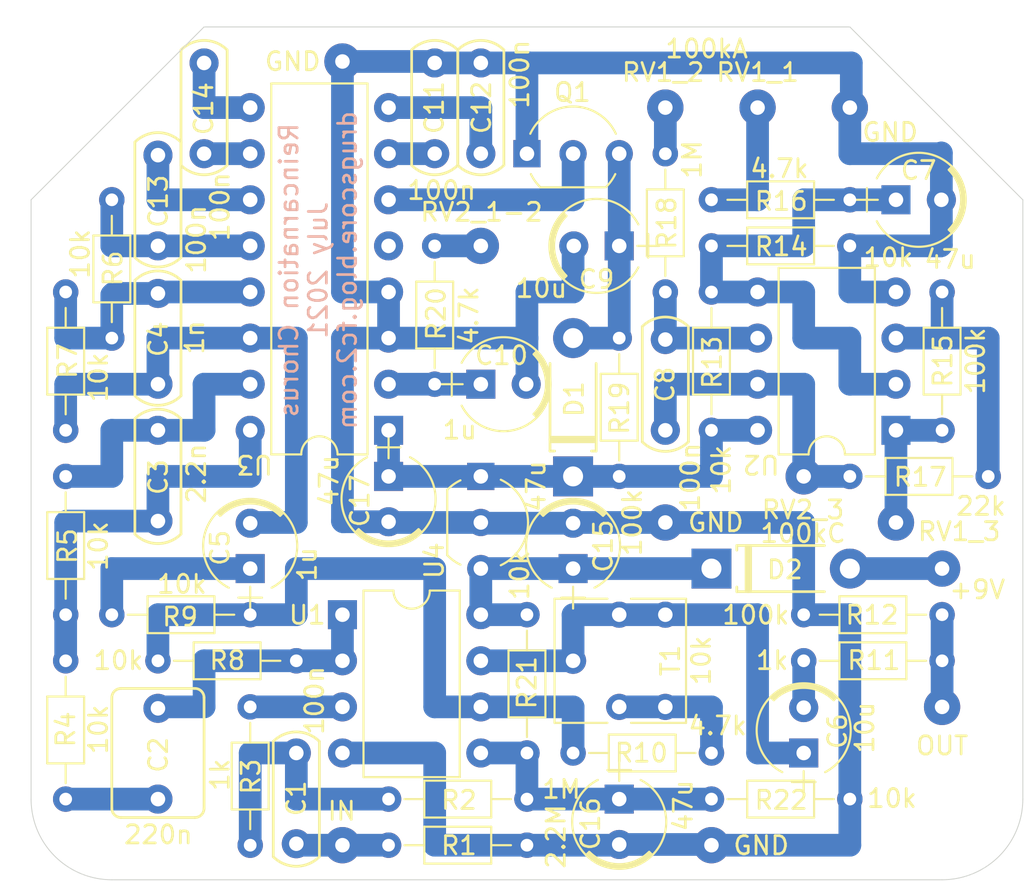
<source format=kicad_pcb>
(kicad_pcb (version 20171130) (host pcbnew "(5.1.6)-1")

  (general
    (thickness 1.6)
    (drawings 26)
    (tracks 180)
    (zones 0)
    (modules 56)
    (nets 39)
  )

  (page A4)
  (layers
    (0 F.Cu signal)
    (31 B.Cu signal)
    (32 B.Adhes user)
    (33 F.Adhes user)
    (34 B.Paste user)
    (35 F.Paste user)
    (36 B.SilkS user)
    (37 F.SilkS user)
    (38 B.Mask user)
    (39 F.Mask user)
    (40 Dwgs.User user)
    (41 Cmts.User user)
    (42 Eco1.User user)
    (43 Eco2.User user)
    (44 Edge.Cuts user)
    (45 Margin user)
    (46 B.CrtYd user)
    (47 F.CrtYd user)
    (48 B.Fab user)
    (49 F.Fab user hide)
  )

  (setup
    (last_trace_width 0.25)
    (user_trace_width 1)
    (user_trace_width 1.25)
    (user_trace_width 1.5)
    (user_trace_width 2)
    (trace_clearance 0.2)
    (zone_clearance 0.508)
    (zone_45_only no)
    (trace_min 0.2)
    (via_size 0.8)
    (via_drill 0.4)
    (via_min_size 0.4)
    (via_min_drill 0.3)
    (uvia_size 0.3)
    (uvia_drill 0.1)
    (uvias_allowed no)
    (uvia_min_size 0.2)
    (uvia_min_drill 0.1)
    (edge_width 0.05)
    (segment_width 0.2)
    (pcb_text_width 0.3)
    (pcb_text_size 1.5 1.5)
    (mod_edge_width 0.12)
    (mod_text_size 1 1)
    (mod_text_width 0.15)
    (pad_size 1.524 1.524)
    (pad_drill 0.762)
    (pad_to_mask_clearance 0.05)
    (aux_axis_origin 0 0)
    (visible_elements 7EFFFFFF)
    (pcbplotparams
      (layerselection 0x010fc_ffffffff)
      (usegerberextensions false)
      (usegerberattributes true)
      (usegerberadvancedattributes true)
      (creategerberjobfile true)
      (excludeedgelayer true)
      (linewidth 0.100000)
      (plotframeref false)
      (viasonmask false)
      (mode 1)
      (useauxorigin false)
      (hpglpennumber 1)
      (hpglpenspeed 20)
      (hpglpendiameter 15.000000)
      (psnegative false)
      (psa4output false)
      (plotreference true)
      (plotvalue true)
      (plotinvisibletext false)
      (padsonsilk false)
      (subtractmaskfromsilk false)
      (outputformat 1)
      (mirror false)
      (drillshape 1)
      (scaleselection 1)
      (outputdirectory ""))
  )

  (net 0 "")
  (net 1 "Net-(C1-Pad1)")
  (net 2 "Net-(C1-Pad2)")
  (net 3 "Net-(C2-Pad1)")
  (net 4 "Net-(C2-Pad2)")
  (net 5 "Net-(C3-Pad1)")
  (net 6 "Net-(C3-Pad2)")
  (net 7 "Net-(C4-Pad1)")
  (net 8 "Net-(C4-Pad2)")
  (net 9 "Net-(C5-Pad1)")
  (net 10 "Net-(C6-Pad1)")
  (net 11 "Net-(C6-Pad2)")
  (net 12 GND)
  (net 13 "Net-(C7-Pad1)")
  (net 14 "Net-(C8-Pad2)")
  (net 15 "Net-(C8-Pad1)")
  (net 16 "Net-(C9-Pad1)")
  (net 17 "Net-(C10-Pad1)")
  (net 18 "Net-(C11-Pad1)")
  (net 19 "Net-(C12-Pad1)")
  (net 20 "Net-(C13-Pad2)")
  (net 21 "Net-(C13-Pad1)")
  (net 22 "Net-(C14-Pad1)")
  (net 23 "Net-(C14-Pad2)")
  (net 24 VCC)
  (net 25 /BIAS)
  (net 26 +5V)
  (net 27 "Net-(D2-Pad2)")
  (net 28 "Net-(J3-Pad1)")
  (net 29 "Net-(Q1-Pad2)")
  (net 30 "Net-(R3-Pad1)")
  (net 31 "Net-(R10-Pad1)")
  (net 32 "Net-(R15-Pad2)")
  (net 33 "Net-(R15-Pad1)")
  (net 34 "Net-(R16-Pad1)")
  (net 35 "Net-(R18-Pad2)")
  (net 36 "Net-(U3-Pad5)")
  (net 37 "Net-(R20-Pad2)")
  (net 38 "Net-(R10-Pad2)")

  (net_class Default "これはデフォルトのネット クラスです。"
    (clearance 0.2)
    (trace_width 0.25)
    (via_dia 0.8)
    (via_drill 0.4)
    (uvia_dia 0.3)
    (uvia_drill 0.1)
    (add_net +5V)
    (add_net /BIAS)
    (add_net GND)
    (add_net "Net-(C1-Pad1)")
    (add_net "Net-(C1-Pad2)")
    (add_net "Net-(C10-Pad1)")
    (add_net "Net-(C11-Pad1)")
    (add_net "Net-(C12-Pad1)")
    (add_net "Net-(C13-Pad1)")
    (add_net "Net-(C13-Pad2)")
    (add_net "Net-(C14-Pad1)")
    (add_net "Net-(C14-Pad2)")
    (add_net "Net-(C2-Pad1)")
    (add_net "Net-(C2-Pad2)")
    (add_net "Net-(C3-Pad1)")
    (add_net "Net-(C3-Pad2)")
    (add_net "Net-(C4-Pad1)")
    (add_net "Net-(C4-Pad2)")
    (add_net "Net-(C5-Pad1)")
    (add_net "Net-(C6-Pad1)")
    (add_net "Net-(C6-Pad2)")
    (add_net "Net-(C7-Pad1)")
    (add_net "Net-(C8-Pad1)")
    (add_net "Net-(C8-Pad2)")
    (add_net "Net-(C9-Pad1)")
    (add_net "Net-(D2-Pad2)")
    (add_net "Net-(J3-Pad1)")
    (add_net "Net-(Q1-Pad2)")
    (add_net "Net-(R10-Pad1)")
    (add_net "Net-(R10-Pad2)")
    (add_net "Net-(R15-Pad1)")
    (add_net "Net-(R15-Pad2)")
    (add_net "Net-(R16-Pad1)")
    (add_net "Net-(R18-Pad2)")
    (add_net "Net-(R20-Pad2)")
    (add_net "Net-(R3-Pad1)")
    (add_net "Net-(U3-Pad5)")
    (add_net VCC)
  )

  (module myFoot:my_pot (layer F.Cu) (tedit 60EBBFDA) (tstamp 60BBF3A7)
    (at 7.62 2.54)
    (path /60CB71F6)
    (fp_text reference RV1_2 (at -0.12 -1.94 -180) (layer F.SilkS)
      (effects (font (size 1 1) (thickness 0.15)))
    )
    (fp_text value 100kA (at 2.28 -3.24 -180) (layer F.SilkS)
      (effects (font (size 1 1) (thickness 0.15)))
    )
    (pad 3 thru_hole circle (at 12.7 22.86) (size 1.99898 1.99898) (drill 0.8001) (layers *.Cu *.Mask)
      (net 33 "Net-(R15-Pad1)"))
    (pad 1 thru_hole circle (at 5.08 0) (size 1.99898 1.99898) (drill 0.8001) (layers *.Cu *.Mask)
      (net 34 "Net-(R16-Pad1)"))
    (pad 2 thru_hole circle (at 0 0) (size 1.99898 1.99898) (drill 0.8001) (layers *.Cu *.Mask)
      (net 35 "Net-(R18-Pad2)"))
  )

  (module myFoot:my_WirePad_0-8mmDrill (layer F.Cu) (tedit 5CFEC371) (tstamp 60CF4F8B)
    (at 17.78 2.54)
    (path /60BE8836)
    (fp_text reference J4 (at 2.32 -0.14) (layer F.SilkS) hide
      (effects (font (size 1 1) (thickness 0.15)))
    )
    (fp_text value GND (at 2.22 1.36 180) (layer F.SilkS)
      (effects (font (size 1 1) (thickness 0.15)))
    )
    (pad 1 thru_hole circle (at 0 0) (size 1.99898 1.99898) (drill 0.8001) (layers *.Cu *.Mask)
      (net 12 GND))
  )

  (module myFoot:my_WirePad_0-8mmDrill (layer F.Cu) (tedit 5CFEC371) (tstamp 60CF4F79)
    (at -10.16 0)
    (path /60BE8836)
    (fp_text reference J4 (at -2.74 0) (layer F.SilkS) hide
      (effects (font (size 1 1) (thickness 0.15)))
    )
    (fp_text value GND (at -2.74 0 180) (layer F.SilkS)
      (effects (font (size 1 1) (thickness 0.15)))
    )
    (pad 1 thru_hole circle (at 0 0) (size 1.99898 1.99898) (drill 0.8001) (layers *.Cu *.Mask)
      (net 12 GND))
  )

  (module myFoot:my_WirePad_0-8mmDrill (layer F.Cu) (tedit 5CFEC371) (tstamp 60CF4BE3)
    (at 7.62 25.4)
    (path /60BE8836)
    (fp_text reference J4 (at 0 -2.54) (layer F.SilkS) hide
      (effects (font (size 1 1) (thickness 0.15)))
    )
    (fp_text value GND (at 2.78 0 180) (layer F.SilkS)
      (effects (font (size 1 1) (thickness 0.15)))
    )
    (pad 1 thru_hole circle (at 0 0) (size 1.99898 1.99898) (drill 0.8001) (layers *.Cu *.Mask)
      (net 12 GND))
  )

  (module myFoot:my_pot23 (layer F.Cu) (tedit 60BCC73F) (tstamp 60BD32F5)
    (at -2.54 10.16)
    (path /60D88E4D)
    (fp_text reference RV2_1-2 (at 0.04 -1.86) (layer F.SilkS)
      (effects (font (size 1 1) (thickness 0.15)))
    )
    (fp_text value 100kC (at 17.74 15.84) (layer F.SilkS)
      (effects (font (size 1 1) (thickness 0.15)))
    )
    (pad 2 thru_hole circle (at 0 0) (size 1.99898 1.99898) (drill 0.8001) (layers *.Cu *.Mask)
      (net 37 "Net-(R20-Pad2)"))
    (pad 3 thru_hole circle (at 17.78 12.7) (size 1.99898 1.99898) (drill 0.8001) (layers *.Cu *.Mask)
      (net 15 "Net-(C8-Pad1)"))
  )

  (module myFoot:my_C_Rect1_P5.00mm (layer F.Cu) (tedit 5F23C461) (tstamp 60BBF0E7)
    (at -12.7 38.1 270)
    (descr "C, Rect series, Radial, pin pitch=5.00mm, , length*width=7.2*2.5mm^2, Capacitor, http://www.wima.com/EN/WIMA_FKS_2.pdf")
    (tags "C Rect series Radial pin pitch 5.00mm  length 7.2mm width 2.5mm Capacitor")
    (path /5EC7853B)
    (fp_text reference C1 (at 2.5 0 90) (layer F.SilkS)
      (effects (font (size 1 1) (thickness 0.15)))
    )
    (fp_text value 100n (at -2.9 -1 90) (layer F.SilkS)
      (effects (font (size 1 1) (thickness 0.15)))
    )
    (fp_line (start 5.715 1.27) (end -0.635 1.27) (layer F.SilkS) (width 0.15))
    (fp_line (start -0.635 -1.27) (end 5.715 -1.27) (layer F.SilkS) (width 0.15))
    (fp_line (start -1.45 -1.6) (end -1.45 1.6) (layer F.CrtYd) (width 0.05))
    (fp_line (start -1.45 1.6) (end 6.45 1.6) (layer F.CrtYd) (width 0.05))
    (fp_line (start 6.45 1.6) (end 6.45 -1.6) (layer F.CrtYd) (width 0.05))
    (fp_line (start 6.45 -1.6) (end -1.45 -1.6) (layer F.CrtYd) (width 0.05))
    (fp_arc (start 4.445 0) (end 5.715 -1.27) (angle 90) (layer F.SilkS) (width 0.15))
    (fp_arc (start 0.635 0) (end -0.635 1.27) (angle 90) (layer F.SilkS) (width 0.15))
    (pad 1 thru_hole circle (at 0 0 270) (size 1.6 1.6) (drill 0.8) (layers *.Cu *.Mask)
      (net 1 "Net-(C1-Pad1)"))
    (pad 2 thru_hole circle (at 5 0 270) (size 1.6 1.6) (drill 0.8) (layers *.Cu *.Mask)
      (net 2 "Net-(C1-Pad2)"))
    (model ${KISYS3DMOD}/Capacitors_THT.3dshapes/C_Rect_L7.2mm_W2.5mm_P5.00mm_FKS2_FKP2_MKS2_MKP2.wrl
      (at (xyz 0 0 0))
      (scale (xyz 1 1 1))
      (rotate (xyz 0 0 0))
    )
    (model ${KISYS3DMOD}/Capacitor_THT.3dshapes/C_Rect_L7.0mm_W3.5mm_P5.00mm.wrl
      (at (xyz 0 0 0))
      (scale (xyz 1 1 1))
      (rotate (xyz 0 0 0))
    )
  )

  (module myFoot:my_C_Rect2_P5.00mm (layer F.Cu) (tedit 5F23C48C) (tstamp 60BBF0F5)
    (at -20.32 40.64 90)
    (descr "C, Rect series, Radial, pin pitch=5.00mm, , length*width=7.2*2.5mm^2, Capacitor, http://www.wima.com/EN/WIMA_FKS_2.pdf")
    (tags "C Rect series Radial pin pitch 5.00mm  length 7.2mm width 2.5mm Capacitor")
    (path /60BE8078)
    (fp_text reference C2 (at 2.44 0.02 270) (layer F.SilkS)
      (effects (font (size 1 1) (thickness 0.15)))
    )
    (fp_text value 220n (at -1.96 0.02) (layer F.SilkS)
      (effects (font (size 1 1) (thickness 0.15)))
    )
    (fp_line (start -0.508 2.54) (end 5.588 2.54) (layer F.SilkS) (width 0.15))
    (fp_line (start 6.096 2.032) (end 6.096 -2.032) (layer F.SilkS) (width 0.15))
    (fp_line (start 5.588 -2.54) (end -0.508 -2.54) (layer F.SilkS) (width 0.15))
    (fp_line (start -1.016 -2.032) (end -1.016 2.032) (layer F.SilkS) (width 0.15))
    (fp_arc (start 5.588 -2.032) (end 6.096 -2.032) (angle -90) (layer F.SilkS) (width 0.15))
    (fp_arc (start -0.508 -2.032) (end -0.508 -2.54) (angle -90) (layer F.SilkS) (width 0.15))
    (fp_arc (start -0.508 2.032) (end -1.016 2.032) (angle -90) (layer F.SilkS) (width 0.15))
    (fp_arc (start 5.588 2.032) (end 5.588 2.54) (angle -90) (layer F.SilkS) (width 0.15))
    (pad 1 thru_hole circle (at 0 0 90) (size 1.6 1.6) (drill 0.8) (layers *.Cu *.Mask)
      (net 3 "Net-(C2-Pad1)"))
    (pad 2 thru_hole circle (at 5 0 90) (size 1.6 1.6) (drill 0.8) (layers *.Cu *.Mask)
      (net 4 "Net-(C2-Pad2)"))
    (model ${KISYS3DMOD}/Capacitors_THT.3dshapes/C_Rect_L7.2mm_W2.5mm_P5.00mm_FKS2_FKP2_MKS2_MKP2.wrl
      (at (xyz 0 0 0))
      (scale (xyz 1 1 1))
      (rotate (xyz 0 0 0))
    )
    (model ${KISYS3DMOD}/Capacitor_THT.3dshapes/C_Rect_L7.0mm_W4.5mm_P5.00mm.wrl
      (at (xyz 0 0 0))
      (scale (xyz 1 1 1))
      (rotate (xyz 0 0 0))
    )
  )

  (module myFoot:my_C_Rect1_P5.00mm (layer F.Cu) (tedit 5F23C461) (tstamp 60BBF103)
    (at -20.32 20.32 270)
    (descr "C, Rect series, Radial, pin pitch=5.00mm, , length*width=7.2*2.5mm^2, Capacitor, http://www.wima.com/EN/WIMA_FKS_2.pdf")
    (tags "C Rect series Radial pin pitch 5.00mm  length 7.2mm width 2.5mm Capacitor")
    (path /5FD92480)
    (fp_text reference C3 (at 2.58 -0.02 90) (layer F.SilkS)
      (effects (font (size 1 1) (thickness 0.15)))
    )
    (fp_text value 2.2n (at 2.38 -2.12 90) (layer F.SilkS)
      (effects (font (size 1 1) (thickness 0.15)))
    )
    (fp_line (start 5.715 1.27) (end -0.635 1.27) (layer F.SilkS) (width 0.15))
    (fp_line (start -0.635 -1.27) (end 5.715 -1.27) (layer F.SilkS) (width 0.15))
    (fp_line (start -1.45 -1.6) (end -1.45 1.6) (layer F.CrtYd) (width 0.05))
    (fp_line (start -1.45 1.6) (end 6.45 1.6) (layer F.CrtYd) (width 0.05))
    (fp_line (start 6.45 1.6) (end 6.45 -1.6) (layer F.CrtYd) (width 0.05))
    (fp_line (start 6.45 -1.6) (end -1.45 -1.6) (layer F.CrtYd) (width 0.05))
    (fp_arc (start 4.445 0) (end 5.715 -1.27) (angle 90) (layer F.SilkS) (width 0.15))
    (fp_arc (start 0.635 0) (end -0.635 1.27) (angle 90) (layer F.SilkS) (width 0.15))
    (pad 1 thru_hole circle (at 0 0 270) (size 1.6 1.6) (drill 0.8) (layers *.Cu *.Mask)
      (net 5 "Net-(C3-Pad1)"))
    (pad 2 thru_hole circle (at 5 0 270) (size 1.6 1.6) (drill 0.8) (layers *.Cu *.Mask)
      (net 6 "Net-(C3-Pad2)"))
    (model ${KISYS3DMOD}/Capacitors_THT.3dshapes/C_Rect_L7.2mm_W2.5mm_P5.00mm_FKS2_FKP2_MKS2_MKP2.wrl
      (at (xyz 0 0 0))
      (scale (xyz 1 1 1))
      (rotate (xyz 0 0 0))
    )
    (model ${KISYS3DMOD}/Capacitor_THT.3dshapes/C_Rect_L7.0mm_W3.5mm_P5.00mm.wrl
      (at (xyz 0 0 0))
      (scale (xyz 1 1 1))
      (rotate (xyz 0 0 0))
    )
  )

  (module myFoot:my_C_Rect1_P5.00mm (layer F.Cu) (tedit 5F23C461) (tstamp 60BBF111)
    (at -20.32 17.78 90)
    (descr "C, Rect series, Radial, pin pitch=5.00mm, , length*width=7.2*2.5mm^2, Capacitor, http://www.wima.com/EN/WIMA_FKS_2.pdf")
    (tags "C Rect series Radial pin pitch 5.00mm  length 7.2mm width 2.5mm Capacitor")
    (path /5FDA78E0)
    (fp_text reference C4 (at 2.48 0.02 90) (layer F.SilkS)
      (effects (font (size 1 1) (thickness 0.15)))
    )
    (fp_text value 1n (at 2.58 2.02 90) (layer F.SilkS)
      (effects (font (size 1 1) (thickness 0.15)))
    )
    (fp_line (start 5.715 1.27) (end -0.635 1.27) (layer F.SilkS) (width 0.15))
    (fp_line (start -0.635 -1.27) (end 5.715 -1.27) (layer F.SilkS) (width 0.15))
    (fp_line (start -1.45 -1.6) (end -1.45 1.6) (layer F.CrtYd) (width 0.05))
    (fp_line (start -1.45 1.6) (end 6.45 1.6) (layer F.CrtYd) (width 0.05))
    (fp_line (start 6.45 1.6) (end 6.45 -1.6) (layer F.CrtYd) (width 0.05))
    (fp_line (start 6.45 -1.6) (end -1.45 -1.6) (layer F.CrtYd) (width 0.05))
    (fp_arc (start 4.445 0) (end 5.715 -1.27) (angle 90) (layer F.SilkS) (width 0.15))
    (fp_arc (start 0.635 0) (end -0.635 1.27) (angle 90) (layer F.SilkS) (width 0.15))
    (pad 1 thru_hole circle (at 0 0 90) (size 1.6 1.6) (drill 0.8) (layers *.Cu *.Mask)
      (net 7 "Net-(C4-Pad1)"))
    (pad 2 thru_hole circle (at 5 0 90) (size 1.6 1.6) (drill 0.8) (layers *.Cu *.Mask)
      (net 8 "Net-(C4-Pad2)"))
    (model ${KISYS3DMOD}/Capacitors_THT.3dshapes/C_Rect_L7.2mm_W2.5mm_P5.00mm_FKS2_FKP2_MKS2_MKP2.wrl
      (at (xyz 0 0 0))
      (scale (xyz 1 1 1))
      (rotate (xyz 0 0 0))
    )
    (model ${KISYS3DMOD}/Capacitor_THT.3dshapes/C_Rect_L7.0mm_W3.5mm_P5.00mm.wrl
      (at (xyz 0 0 0))
      (scale (xyz 1 1 1))
      (rotate (xyz 0 0 0))
    )
  )

  (module myFoot:my_C_D5.0mm_P2.50mm (layer F.Cu) (tedit 5F23C363) (tstamp 60BBF123)
    (at -15.24 27.94 90)
    (descr "CP, Radial series, Radial, pin pitch=2.50mm, , diameter=5mm, Electrolytic Capacitor")
    (tags "CP Radial series Radial pin pitch 2.50mm  diameter 5mm Electrolytic Capacitor")
    (path /60DD3382)
    (fp_text reference C5 (at 1.14 -1.66 90) (layer F.SilkS)
      (effects (font (size 1 1) (thickness 0.15)))
    )
    (fp_text value 1u (at 0.24 3.14 90) (layer F.SilkS)
      (effects (font (size 1 1) (thickness 0.15)))
    )
    (fp_line (start 4.1 -2.85) (end -1.6 -2.85) (layer F.CrtYd) (width 0.05))
    (fp_line (start 4.1 2.85) (end 4.1 -2.85) (layer F.CrtYd) (width 0.05))
    (fp_line (start -1.6 2.85) (end 4.1 2.85) (layer F.CrtYd) (width 0.05))
    (fp_line (start -1.6 -2.85) (end -1.6 2.85) (layer F.CrtYd) (width 0.05))
    (fp_line (start -1.6 -0.65) (end -1.6 0.65) (layer F.SilkS) (width 0.12))
    (fp_line (start -2.2 0) (end -1 0) (layer F.SilkS) (width 0.12))
    (fp_arc (start 1.27 0) (end 2.9845 -1.7145) (angle 90) (layer F.SilkS) (width 0.15))
    (fp_arc (start 1.27 0) (end 3.048 -1.778) (angle 90) (layer F.SilkS) (width 0.15))
    (fp_arc (start 1.27 0) (end 2.921 -1.651) (angle 90) (layer F.SilkS) (width 0.15))
    (fp_arc (start 1.25 0) (end -1.05558 -1.18) (angle 125.8) (layer F.SilkS) (width 0.12))
    (fp_arc (start 1.25 0) (end -1.05558 1.18) (angle -125.8) (layer F.SilkS) (width 0.12))
    (fp_arc (start 1.25 0) (end 3.55558 -1.18) (angle 54.2) (layer F.SilkS) (width 0.12))
    (pad 1 thru_hole rect (at 0 0 90) (size 1.6 1.6) (drill 0.8) (layers *.Cu *.Mask)
      (net 9 "Net-(C5-Pad1)"))
    (pad 2 thru_hole circle (at 2.5 0 90) (size 1.6 1.6) (drill 0.8) (layers *.Cu *.Mask)
      (net 7 "Net-(C4-Pad1)"))
    (model ${KISYS3DMOD}/Capacitors_THT.3dshapes/CP_Radial_D5.0mm_P2.50mm.wrl
      (at (xyz 0 0 0))
      (scale (xyz 1 1 1))
      (rotate (xyz 0 0 0))
    )
    (model ${KISYS3DMOD}/Capacitor_THT.3dshapes/CP_Radial_D5.0mm_P2.50mm.step
      (at (xyz 0 0 0))
      (scale (xyz 1 1 1))
      (rotate (xyz 0 0 0))
    )
    (model ${KISYS3DMOD}/Capacitor_THT.3dshapes/CP_Radial_D5.0mm_P2.50mm.wrl
      (at (xyz 0 0 0))
      (scale (xyz 1 1 1))
      (rotate (xyz 0 0 0))
    )
  )

  (module myFoot:my_C_D5.0mm_P2.50mm (layer F.Cu) (tedit 5F23C363) (tstamp 60BBF135)
    (at 15.24 38.1 90)
    (descr "CP, Radial series, Radial, pin pitch=2.50mm, , diameter=5mm, Electrolytic Capacitor")
    (tags "CP Radial series Radial pin pitch 2.50mm  diameter 5mm Electrolytic Capacitor")
    (path /5F7C4819)
    (fp_text reference C6 (at 1.2 1.86 90) (layer F.SilkS)
      (effects (font (size 1 1) (thickness 0.15)))
    )
    (fp_text value 10u (at 1.4 3.36 90) (layer F.SilkS)
      (effects (font (size 1 1) (thickness 0.15)))
    )
    (fp_line (start 4.1 -2.85) (end -1.6 -2.85) (layer F.CrtYd) (width 0.05))
    (fp_line (start 4.1 2.85) (end 4.1 -2.85) (layer F.CrtYd) (width 0.05))
    (fp_line (start -1.6 2.85) (end 4.1 2.85) (layer F.CrtYd) (width 0.05))
    (fp_line (start -1.6 -2.85) (end -1.6 2.85) (layer F.CrtYd) (width 0.05))
    (fp_line (start -1.6 -0.65) (end -1.6 0.65) (layer F.SilkS) (width 0.12))
    (fp_line (start -2.2 0) (end -1 0) (layer F.SilkS) (width 0.12))
    (fp_arc (start 1.27 0) (end 2.9845 -1.7145) (angle 90) (layer F.SilkS) (width 0.15))
    (fp_arc (start 1.27 0) (end 3.048 -1.778) (angle 90) (layer F.SilkS) (width 0.15))
    (fp_arc (start 1.27 0) (end 2.921 -1.651) (angle 90) (layer F.SilkS) (width 0.15))
    (fp_arc (start 1.25 0) (end -1.05558 -1.18) (angle 125.8) (layer F.SilkS) (width 0.12))
    (fp_arc (start 1.25 0) (end -1.05558 1.18) (angle -125.8) (layer F.SilkS) (width 0.12))
    (fp_arc (start 1.25 0) (end 3.55558 -1.18) (angle 54.2) (layer F.SilkS) (width 0.12))
    (pad 1 thru_hole rect (at 0 0 90) (size 1.6 1.6) (drill 0.8) (layers *.Cu *.Mask)
      (net 10 "Net-(C6-Pad1)"))
    (pad 2 thru_hole circle (at 2.5 0 90) (size 1.6 1.6) (drill 0.8) (layers *.Cu *.Mask)
      (net 11 "Net-(C6-Pad2)"))
    (model ${KISYS3DMOD}/Capacitors_THT.3dshapes/CP_Radial_D5.0mm_P2.50mm.wrl
      (at (xyz 0 0 0))
      (scale (xyz 1 1 1))
      (rotate (xyz 0 0 0))
    )
    (model ${KISYS3DMOD}/Capacitor_THT.3dshapes/CP_Radial_D5.0mm_P2.50mm.step
      (at (xyz 0 0 0))
      (scale (xyz 1 1 1))
      (rotate (xyz 0 0 0))
    )
    (model ${KISYS3DMOD}/Capacitor_THT.3dshapes/CP_Radial_D5.0mm_P2.50mm.wrl
      (at (xyz 0 0 0))
      (scale (xyz 1 1 1))
      (rotate (xyz 0 0 0))
    )
  )

  (module myFoot:my_C_D5.0mm_P2.50mm (layer F.Cu) (tedit 5F23C363) (tstamp 60BBF147)
    (at 20.32 7.62)
    (descr "CP, Radial series, Radial, pin pitch=2.50mm, , diameter=5mm, Electrolytic Capacitor")
    (tags "CP Radial series Radial pin pitch 2.50mm  diameter 5mm Electrolytic Capacitor")
    (path /60D4389A)
    (fp_text reference C7 (at 1.25 -1.62) (layer F.SilkS)
      (effects (font (size 1 1) (thickness 0.15)))
    )
    (fp_text value 47u (at 2.98 3.28) (layer F.SilkS)
      (effects (font (size 1 1) (thickness 0.15)))
    )
    (fp_line (start -2.2 0) (end -1 0) (layer F.SilkS) (width 0.12))
    (fp_line (start -1.6 -0.65) (end -1.6 0.65) (layer F.SilkS) (width 0.12))
    (fp_line (start -1.6 -2.85) (end -1.6 2.85) (layer F.CrtYd) (width 0.05))
    (fp_line (start -1.6 2.85) (end 4.1 2.85) (layer F.CrtYd) (width 0.05))
    (fp_line (start 4.1 2.85) (end 4.1 -2.85) (layer F.CrtYd) (width 0.05))
    (fp_line (start 4.1 -2.85) (end -1.6 -2.85) (layer F.CrtYd) (width 0.05))
    (fp_arc (start 1.25 0) (end 3.55558 -1.18) (angle 54.2) (layer F.SilkS) (width 0.12))
    (fp_arc (start 1.25 0) (end -1.05558 1.18) (angle -125.8) (layer F.SilkS) (width 0.12))
    (fp_arc (start 1.25 0) (end -1.05558 -1.18) (angle 125.8) (layer F.SilkS) (width 0.12))
    (fp_arc (start 1.27 0) (end 2.921 -1.651) (angle 90) (layer F.SilkS) (width 0.15))
    (fp_arc (start 1.27 0) (end 3.048 -1.778) (angle 90) (layer F.SilkS) (width 0.15))
    (fp_arc (start 1.27 0) (end 2.9845 -1.7145) (angle 90) (layer F.SilkS) (width 0.15))
    (pad 2 thru_hole circle (at 2.5 0) (size 1.6 1.6) (drill 0.8) (layers *.Cu *.Mask)
      (net 12 GND))
    (pad 1 thru_hole rect (at 0 0) (size 1.6 1.6) (drill 0.8) (layers *.Cu *.Mask)
      (net 13 "Net-(C7-Pad1)"))
    (model ${KISYS3DMOD}/Capacitors_THT.3dshapes/CP_Radial_D5.0mm_P2.50mm.wrl
      (at (xyz 0 0 0))
      (scale (xyz 1 1 1))
      (rotate (xyz 0 0 0))
    )
    (model ${KISYS3DMOD}/Capacitor_THT.3dshapes/CP_Radial_D5.0mm_P2.50mm.step
      (at (xyz 0 0 0))
      (scale (xyz 1 1 1))
      (rotate (xyz 0 0 0))
    )
    (model ${KISYS3DMOD}/Capacitor_THT.3dshapes/CP_Radial_D5.0mm_P2.50mm.wrl
      (at (xyz 0 0 0))
      (scale (xyz 1 1 1))
      (rotate (xyz 0 0 0))
    )
  )

  (module myFoot:my_C_Rect1_P5.00mm (layer F.Cu) (tedit 5F23C461) (tstamp 60BBF155)
    (at 7.62 20.32 90)
    (descr "C, Rect series, Radial, pin pitch=5.00mm, , length*width=7.2*2.5mm^2, Capacitor, http://www.wima.com/EN/WIMA_FKS_2.pdf")
    (tags "C Rect series Radial pin pitch 5.00mm  length 7.2mm width 2.5mm Capacitor")
    (path /60CBDF9B)
    (fp_text reference C8 (at 2.52 -0.02 90) (layer F.SilkS)
      (effects (font (size 1 1) (thickness 0.15)))
    )
    (fp_text value 100n (at -2.58 1.38 90) (layer F.SilkS)
      (effects (font (size 1 1) (thickness 0.15)))
    )
    (fp_line (start 6.45 -1.6) (end -1.45 -1.6) (layer F.CrtYd) (width 0.05))
    (fp_line (start 6.45 1.6) (end 6.45 -1.6) (layer F.CrtYd) (width 0.05))
    (fp_line (start -1.45 1.6) (end 6.45 1.6) (layer F.CrtYd) (width 0.05))
    (fp_line (start -1.45 -1.6) (end -1.45 1.6) (layer F.CrtYd) (width 0.05))
    (fp_line (start -0.635 -1.27) (end 5.715 -1.27) (layer F.SilkS) (width 0.15))
    (fp_line (start 5.715 1.27) (end -0.635 1.27) (layer F.SilkS) (width 0.15))
    (fp_arc (start 0.635 0) (end -0.635 1.27) (angle 90) (layer F.SilkS) (width 0.15))
    (fp_arc (start 4.445 0) (end 5.715 -1.27) (angle 90) (layer F.SilkS) (width 0.15))
    (pad 2 thru_hole circle (at 5 0 90) (size 1.6 1.6) (drill 0.8) (layers *.Cu *.Mask)
      (net 14 "Net-(C8-Pad2)"))
    (pad 1 thru_hole circle (at 0 0 90) (size 1.6 1.6) (drill 0.8) (layers *.Cu *.Mask)
      (net 15 "Net-(C8-Pad1)"))
    (model ${KISYS3DMOD}/Capacitors_THT.3dshapes/C_Rect_L7.2mm_W2.5mm_P5.00mm_FKS2_FKP2_MKS2_MKP2.wrl
      (at (xyz 0 0 0))
      (scale (xyz 1 1 1))
      (rotate (xyz 0 0 0))
    )
    (model ${KISYS3DMOD}/Capacitor_THT.3dshapes/C_Rect_L7.0mm_W3.5mm_P5.00mm.wrl
      (at (xyz 0 0 0))
      (scale (xyz 1 1 1))
      (rotate (xyz 0 0 0))
    )
  )

  (module myFoot:my_C_D5.0mm_P2.50mm (layer F.Cu) (tedit 5F23C363) (tstamp 60BBF167)
    (at 5.08 10.16 180)
    (descr "CP, Radial series, Radial, pin pitch=2.50mm, , diameter=5mm, Electrolytic Capacitor")
    (tags "CP Radial series Radial pin pitch 2.50mm  diameter 5mm Electrolytic Capacitor")
    (path /60DC79A1)
    (fp_text reference C9 (at 1.25 -1.84) (layer F.SilkS)
      (effects (font (size 1 1) (thickness 0.15)))
    )
    (fp_text value 10u (at 4.28 -2.34) (layer F.SilkS)
      (effects (font (size 1 1) (thickness 0.15)))
    )
    (fp_line (start -2.2 0) (end -1 0) (layer F.SilkS) (width 0.12))
    (fp_line (start -1.6 -0.65) (end -1.6 0.65) (layer F.SilkS) (width 0.12))
    (fp_line (start -1.6 -2.85) (end -1.6 2.85) (layer F.CrtYd) (width 0.05))
    (fp_line (start -1.6 2.85) (end 4.1 2.85) (layer F.CrtYd) (width 0.05))
    (fp_line (start 4.1 2.85) (end 4.1 -2.85) (layer F.CrtYd) (width 0.05))
    (fp_line (start 4.1 -2.85) (end -1.6 -2.85) (layer F.CrtYd) (width 0.05))
    (fp_arc (start 1.25 0) (end 3.55558 -1.18) (angle 54.2) (layer F.SilkS) (width 0.12))
    (fp_arc (start 1.25 0) (end -1.05558 1.18) (angle -125.8) (layer F.SilkS) (width 0.12))
    (fp_arc (start 1.25 0) (end -1.05558 -1.18) (angle 125.8) (layer F.SilkS) (width 0.12))
    (fp_arc (start 1.27 0) (end 2.921 -1.651) (angle 90) (layer F.SilkS) (width 0.15))
    (fp_arc (start 1.27 0) (end 3.048 -1.778) (angle 90) (layer F.SilkS) (width 0.15))
    (fp_arc (start 1.27 0) (end 2.9845 -1.7145) (angle 90) (layer F.SilkS) (width 0.15))
    (pad 2 thru_hole circle (at 2.5 0 180) (size 1.6 1.6) (drill 0.8) (layers *.Cu *.Mask)
      (net 12 GND))
    (pad 1 thru_hole rect (at 0 0 180) (size 1.6 1.6) (drill 0.8) (layers *.Cu *.Mask)
      (net 16 "Net-(C9-Pad1)"))
    (model ${KISYS3DMOD}/Capacitors_THT.3dshapes/CP_Radial_D5.0mm_P2.50mm.wrl
      (at (xyz 0 0 0))
      (scale (xyz 1 1 1))
      (rotate (xyz 0 0 0))
    )
    (model ${KISYS3DMOD}/Capacitor_THT.3dshapes/CP_Radial_D5.0mm_P2.50mm.step
      (at (xyz 0 0 0))
      (scale (xyz 1 1 1))
      (rotate (xyz 0 0 0))
    )
    (model ${KISYS3DMOD}/Capacitor_THT.3dshapes/CP_Radial_D5.0mm_P2.50mm.wrl
      (at (xyz 0 0 0))
      (scale (xyz 1 1 1))
      (rotate (xyz 0 0 0))
    )
  )

  (module myFoot:my_C_D5.0mm_P2.50mm (layer F.Cu) (tedit 5F23C363) (tstamp 60BBF179)
    (at -2.54 17.78)
    (descr "CP, Radial series, Radial, pin pitch=2.50mm, , diameter=5mm, Electrolytic Capacitor")
    (tags "CP Radial series Radial pin pitch 2.50mm  diameter 5mm Electrolytic Capacitor")
    (path /60DA1B48)
    (fp_text reference C10 (at 1.14 -1.58) (layer F.SilkS)
      (effects (font (size 1 1) (thickness 0.15)))
    )
    (fp_text value 1u (at -1.16 2.52) (layer F.SilkS)
      (effects (font (size 1 1) (thickness 0.15)))
    )
    (fp_line (start -2.2 0) (end -1 0) (layer F.SilkS) (width 0.12))
    (fp_line (start -1.6 -0.65) (end -1.6 0.65) (layer F.SilkS) (width 0.12))
    (fp_line (start -1.6 -2.85) (end -1.6 2.85) (layer F.CrtYd) (width 0.05))
    (fp_line (start -1.6 2.85) (end 4.1 2.85) (layer F.CrtYd) (width 0.05))
    (fp_line (start 4.1 2.85) (end 4.1 -2.85) (layer F.CrtYd) (width 0.05))
    (fp_line (start 4.1 -2.85) (end -1.6 -2.85) (layer F.CrtYd) (width 0.05))
    (fp_arc (start 1.25 0) (end 3.55558 -1.18) (angle 54.2) (layer F.SilkS) (width 0.12))
    (fp_arc (start 1.25 0) (end -1.05558 1.18) (angle -125.8) (layer F.SilkS) (width 0.12))
    (fp_arc (start 1.25 0) (end -1.05558 -1.18) (angle 125.8) (layer F.SilkS) (width 0.12))
    (fp_arc (start 1.27 0) (end 2.921 -1.651) (angle 90) (layer F.SilkS) (width 0.15))
    (fp_arc (start 1.27 0) (end 3.048 -1.778) (angle 90) (layer F.SilkS) (width 0.15))
    (fp_arc (start 1.27 0) (end 2.9845 -1.7145) (angle 90) (layer F.SilkS) (width 0.15))
    (pad 2 thru_hole circle (at 2.5 0) (size 1.6 1.6) (drill 0.8) (layers *.Cu *.Mask)
      (net 12 GND))
    (pad 1 thru_hole rect (at 0 0) (size 1.6 1.6) (drill 0.8) (layers *.Cu *.Mask)
      (net 17 "Net-(C10-Pad1)"))
    (model ${KISYS3DMOD}/Capacitors_THT.3dshapes/CP_Radial_D5.0mm_P2.50mm.wrl
      (at (xyz 0 0 0))
      (scale (xyz 1 1 1))
      (rotate (xyz 0 0 0))
    )
    (model ${KISYS3DMOD}/Capacitor_THT.3dshapes/CP_Radial_D5.0mm_P2.50mm.step
      (at (xyz 0 0 0))
      (scale (xyz 1 1 1))
      (rotate (xyz 0 0 0))
    )
    (model ${KISYS3DMOD}/Capacitor_THT.3dshapes/CP_Radial_D5.0mm_P2.50mm.wrl
      (at (xyz 0 0 0))
      (scale (xyz 1 1 1))
      (rotate (xyz 0 0 0))
    )
  )

  (module myFoot:my_C_Rect1_P5.00mm (layer F.Cu) (tedit 5F23C461) (tstamp 60BBF187)
    (at -5.08 5.08 90)
    (descr "C, Rect series, Radial, pin pitch=5.00mm, , length*width=7.2*2.5mm^2, Capacitor, http://www.wima.com/EN/WIMA_FKS_2.pdf")
    (tags "C Rect series Radial pin pitch 5.00mm  length 7.2mm width 2.5mm Capacitor")
    (path /5FEEBDAE)
    (fp_text reference C11 (at 2.54 -0.02 90) (layer F.SilkS)
      (effects (font (size 1 1) (thickness 0.15)))
    )
    (fp_text value 100n (at -2.02 0.38 180) (layer F.SilkS)
      (effects (font (size 1 1) (thickness 0.15)))
    )
    (fp_line (start 6.45 -1.6) (end -1.45 -1.6) (layer F.CrtYd) (width 0.05))
    (fp_line (start 6.45 1.6) (end 6.45 -1.6) (layer F.CrtYd) (width 0.05))
    (fp_line (start -1.45 1.6) (end 6.45 1.6) (layer F.CrtYd) (width 0.05))
    (fp_line (start -1.45 -1.6) (end -1.45 1.6) (layer F.CrtYd) (width 0.05))
    (fp_line (start -0.635 -1.27) (end 5.715 -1.27) (layer F.SilkS) (width 0.15))
    (fp_line (start 5.715 1.27) (end -0.635 1.27) (layer F.SilkS) (width 0.15))
    (fp_arc (start 0.635 0) (end -0.635 1.27) (angle 90) (layer F.SilkS) (width 0.15))
    (fp_arc (start 4.445 0) (end 5.715 -1.27) (angle 90) (layer F.SilkS) (width 0.15))
    (pad 2 thru_hole circle (at 5 0 90) (size 1.6 1.6) (drill 0.8) (layers *.Cu *.Mask)
      (net 12 GND))
    (pad 1 thru_hole circle (at 0 0 90) (size 1.6 1.6) (drill 0.8) (layers *.Cu *.Mask)
      (net 18 "Net-(C11-Pad1)"))
    (model ${KISYS3DMOD}/Capacitors_THT.3dshapes/C_Rect_L7.2mm_W2.5mm_P5.00mm_FKS2_FKP2_MKS2_MKP2.wrl
      (at (xyz 0 0 0))
      (scale (xyz 1 1 1))
      (rotate (xyz 0 0 0))
    )
    (model ${KISYS3DMOD}/Capacitor_THT.3dshapes/C_Rect_L7.0mm_W3.5mm_P5.00mm.wrl
      (at (xyz 0 0 0))
      (scale (xyz 1 1 1))
      (rotate (xyz 0 0 0))
    )
  )

  (module myFoot:my_C_Rect1_P5.00mm (layer F.Cu) (tedit 5F23C461) (tstamp 60BBF195)
    (at -2.54 5.08 90)
    (descr "C, Rect series, Radial, pin pitch=5.00mm, , length*width=7.2*2.5mm^2, Capacitor, http://www.wima.com/EN/WIMA_FKS_2.pdf")
    (tags "C Rect series Radial pin pitch 5.00mm  length 7.2mm width 2.5mm Capacitor")
    (path /5FEEBB1C)
    (fp_text reference C12 (at 2.54 0.04 90) (layer F.SilkS)
      (effects (font (size 1 1) (thickness 0.15)))
    )
    (fp_text value 100n (at 4.38 2.14 90) (layer F.SilkS)
      (effects (font (size 1 1) (thickness 0.15)))
    )
    (fp_line (start 6.45 -1.6) (end -1.45 -1.6) (layer F.CrtYd) (width 0.05))
    (fp_line (start 6.45 1.6) (end 6.45 -1.6) (layer F.CrtYd) (width 0.05))
    (fp_line (start -1.45 1.6) (end 6.45 1.6) (layer F.CrtYd) (width 0.05))
    (fp_line (start -1.45 -1.6) (end -1.45 1.6) (layer F.CrtYd) (width 0.05))
    (fp_line (start -0.635 -1.27) (end 5.715 -1.27) (layer F.SilkS) (width 0.15))
    (fp_line (start 5.715 1.27) (end -0.635 1.27) (layer F.SilkS) (width 0.15))
    (fp_arc (start 0.635 0) (end -0.635 1.27) (angle 90) (layer F.SilkS) (width 0.15))
    (fp_arc (start 4.445 0) (end 5.715 -1.27) (angle 90) (layer F.SilkS) (width 0.15))
    (pad 2 thru_hole circle (at 5 0 90) (size 1.6 1.6) (drill 0.8) (layers *.Cu *.Mask)
      (net 12 GND))
    (pad 1 thru_hole circle (at 0 0 90) (size 1.6 1.6) (drill 0.8) (layers *.Cu *.Mask)
      (net 19 "Net-(C12-Pad1)"))
    (model ${KISYS3DMOD}/Capacitors_THT.3dshapes/C_Rect_L7.2mm_W2.5mm_P5.00mm_FKS2_FKP2_MKS2_MKP2.wrl
      (at (xyz 0 0 0))
      (scale (xyz 1 1 1))
      (rotate (xyz 0 0 0))
    )
    (model ${KISYS3DMOD}/Capacitor_THT.3dshapes/C_Rect_L7.0mm_W3.5mm_P5.00mm.wrl
      (at (xyz 0 0 0))
      (scale (xyz 1 1 1))
      (rotate (xyz 0 0 0))
    )
  )

  (module myFoot:my_C_Rect1_P5.00mm (layer F.Cu) (tedit 5F23C461) (tstamp 60BBF1A3)
    (at -20.32 10.16 90)
    (descr "C, Rect series, Radial, pin pitch=5.00mm, , length*width=7.2*2.5mm^2, Capacitor, http://www.wima.com/EN/WIMA_FKS_2.pdf")
    (tags "C Rect series Radial pin pitch 5.00mm  length 7.2mm width 2.5mm Capacitor")
    (path /5FDB8E24)
    (fp_text reference C13 (at 2.46 0.02 90) (layer F.SilkS)
      (effects (font (size 1 1) (thickness 0.15)))
    )
    (fp_text value 100n (at 0.36 2.12 90) (layer F.SilkS)
      (effects (font (size 1 1) (thickness 0.15)))
    )
    (fp_line (start 6.45 -1.6) (end -1.45 -1.6) (layer F.CrtYd) (width 0.05))
    (fp_line (start 6.45 1.6) (end 6.45 -1.6) (layer F.CrtYd) (width 0.05))
    (fp_line (start -1.45 1.6) (end 6.45 1.6) (layer F.CrtYd) (width 0.05))
    (fp_line (start -1.45 -1.6) (end -1.45 1.6) (layer F.CrtYd) (width 0.05))
    (fp_line (start -0.635 -1.27) (end 5.715 -1.27) (layer F.SilkS) (width 0.15))
    (fp_line (start 5.715 1.27) (end -0.635 1.27) (layer F.SilkS) (width 0.15))
    (fp_arc (start 0.635 0) (end -0.635 1.27) (angle 90) (layer F.SilkS) (width 0.15))
    (fp_arc (start 4.445 0) (end 5.715 -1.27) (angle 90) (layer F.SilkS) (width 0.15))
    (pad 2 thru_hole circle (at 5 0 90) (size 1.6 1.6) (drill 0.8) (layers *.Cu *.Mask)
      (net 20 "Net-(C13-Pad2)"))
    (pad 1 thru_hole circle (at 0 0 90) (size 1.6 1.6) (drill 0.8) (layers *.Cu *.Mask)
      (net 21 "Net-(C13-Pad1)"))
    (model ${KISYS3DMOD}/Capacitors_THT.3dshapes/C_Rect_L7.2mm_W2.5mm_P5.00mm_FKS2_FKP2_MKS2_MKP2.wrl
      (at (xyz 0 0 0))
      (scale (xyz 1 1 1))
      (rotate (xyz 0 0 0))
    )
    (model ${KISYS3DMOD}/Capacitor_THT.3dshapes/C_Rect_L7.0mm_W3.5mm_P5.00mm.wrl
      (at (xyz 0 0 0))
      (scale (xyz 1 1 1))
      (rotate (xyz 0 0 0))
    )
  )

  (module myFoot:my_C_Rect1_P5.00mm (layer F.Cu) (tedit 5F23C461) (tstamp 60BBF1B1)
    (at -17.78 5.08 90)
    (descr "C, Rect series, Radial, pin pitch=5.00mm, , length*width=7.2*2.5mm^2, Capacitor, http://www.wima.com/EN/WIMA_FKS_2.pdf")
    (tags "C Rect series Radial pin pitch 5.00mm  length 7.2mm width 2.5mm Capacitor")
    (path /5FDAE283)
    (fp_text reference C14 (at 2.48 -0.02 90) (layer F.SilkS)
      (effects (font (size 1 1) (thickness 0.15)))
    )
    (fp_text value 100n (at -2.92 0.88 90) (layer F.SilkS)
      (effects (font (size 1 1) (thickness 0.15)))
    )
    (fp_line (start 5.715 1.27) (end -0.635 1.27) (layer F.SilkS) (width 0.15))
    (fp_line (start -0.635 -1.27) (end 5.715 -1.27) (layer F.SilkS) (width 0.15))
    (fp_line (start -1.45 -1.6) (end -1.45 1.6) (layer F.CrtYd) (width 0.05))
    (fp_line (start -1.45 1.6) (end 6.45 1.6) (layer F.CrtYd) (width 0.05))
    (fp_line (start 6.45 1.6) (end 6.45 -1.6) (layer F.CrtYd) (width 0.05))
    (fp_line (start 6.45 -1.6) (end -1.45 -1.6) (layer F.CrtYd) (width 0.05))
    (fp_arc (start 4.445 0) (end 5.715 -1.27) (angle 90) (layer F.SilkS) (width 0.15))
    (fp_arc (start 0.635 0) (end -0.635 1.27) (angle 90) (layer F.SilkS) (width 0.15))
    (pad 1 thru_hole circle (at 0 0 90) (size 1.6 1.6) (drill 0.8) (layers *.Cu *.Mask)
      (net 22 "Net-(C14-Pad1)"))
    (pad 2 thru_hole circle (at 5 0 90) (size 1.6 1.6) (drill 0.8) (layers *.Cu *.Mask)
      (net 23 "Net-(C14-Pad2)"))
    (model ${KISYS3DMOD}/Capacitors_THT.3dshapes/C_Rect_L7.2mm_W2.5mm_P5.00mm_FKS2_FKP2_MKS2_MKP2.wrl
      (at (xyz 0 0 0))
      (scale (xyz 1 1 1))
      (rotate (xyz 0 0 0))
    )
    (model ${KISYS3DMOD}/Capacitor_THT.3dshapes/C_Rect_L7.0mm_W3.5mm_P5.00mm.wrl
      (at (xyz 0 0 0))
      (scale (xyz 1 1 1))
      (rotate (xyz 0 0 0))
    )
  )

  (module myFoot:my_C_D5.0mm_P2.50mm (layer F.Cu) (tedit 5F23C363) (tstamp 60BBF1C3)
    (at 2.54 27.94 90)
    (descr "CP, Radial series, Radial, pin pitch=2.50mm, , diameter=5mm, Electrolytic Capacitor")
    (tags "CP Radial series Radial pin pitch 2.50mm  diameter 5mm Electrolytic Capacitor")
    (path /5EEF9BC6)
    (fp_text reference C15 (at 1.24 1.66 90) (layer F.SilkS)
      (effects (font (size 1 1) (thickness 0.15)))
    )
    (fp_text value 47u (at 4.54 -2.04 90) (layer F.SilkS)
      (effects (font (size 1 1) (thickness 0.15)))
    )
    (fp_line (start -2.2 0) (end -1 0) (layer F.SilkS) (width 0.12))
    (fp_line (start -1.6 -0.65) (end -1.6 0.65) (layer F.SilkS) (width 0.12))
    (fp_line (start -1.6 -2.85) (end -1.6 2.85) (layer F.CrtYd) (width 0.05))
    (fp_line (start -1.6 2.85) (end 4.1 2.85) (layer F.CrtYd) (width 0.05))
    (fp_line (start 4.1 2.85) (end 4.1 -2.85) (layer F.CrtYd) (width 0.05))
    (fp_line (start 4.1 -2.85) (end -1.6 -2.85) (layer F.CrtYd) (width 0.05))
    (fp_arc (start 1.25 0) (end 3.55558 -1.18) (angle 54.2) (layer F.SilkS) (width 0.12))
    (fp_arc (start 1.25 0) (end -1.05558 1.18) (angle -125.8) (layer F.SilkS) (width 0.12))
    (fp_arc (start 1.25 0) (end -1.05558 -1.18) (angle 125.8) (layer F.SilkS) (width 0.12))
    (fp_arc (start 1.27 0) (end 2.921 -1.651) (angle 90) (layer F.SilkS) (width 0.15))
    (fp_arc (start 1.27 0) (end 3.048 -1.778) (angle 90) (layer F.SilkS) (width 0.15))
    (fp_arc (start 1.27 0) (end 2.9845 -1.7145) (angle 90) (layer F.SilkS) (width 0.15))
    (pad 2 thru_hole circle (at 2.5 0 90) (size 1.6 1.6) (drill 0.8) (layers *.Cu *.Mask)
      (net 12 GND))
    (pad 1 thru_hole rect (at 0 0 90) (size 1.6 1.6) (drill 0.8) (layers *.Cu *.Mask)
      (net 24 VCC))
    (model ${KISYS3DMOD}/Capacitors_THT.3dshapes/CP_Radial_D5.0mm_P2.50mm.wrl
      (at (xyz 0 0 0))
      (scale (xyz 1 1 1))
      (rotate (xyz 0 0 0))
    )
    (model ${KISYS3DMOD}/Capacitor_THT.3dshapes/CP_Radial_D5.0mm_P2.50mm.step
      (at (xyz 0 0 0))
      (scale (xyz 1 1 1))
      (rotate (xyz 0 0 0))
    )
    (model ${KISYS3DMOD}/Capacitor_THT.3dshapes/CP_Radial_D5.0mm_P2.50mm.wrl
      (at (xyz 0 0 0))
      (scale (xyz 1 1 1))
      (rotate (xyz 0 0 0))
    )
  )

  (module myFoot:my_C_D5.0mm_P2.50mm (layer F.Cu) (tedit 5F23C363) (tstamp 60BBF1D5)
    (at 5.08 40.64 270)
    (descr "CP, Radial series, Radial, pin pitch=2.50mm, , diameter=5mm, Electrolytic Capacitor")
    (tags "CP Radial series Radial pin pitch 2.50mm  diameter 5mm Electrolytic Capacitor")
    (path /5EF939C6)
    (fp_text reference C16 (at 1.36 1.58 90) (layer F.SilkS)
      (effects (font (size 1 1) (thickness 0.15)))
    )
    (fp_text value 47u (at 0.36 -3.52 90) (layer F.SilkS)
      (effects (font (size 1 1) (thickness 0.15)))
    )
    (fp_line (start 4.1 -2.85) (end -1.6 -2.85) (layer F.CrtYd) (width 0.05))
    (fp_line (start 4.1 2.85) (end 4.1 -2.85) (layer F.CrtYd) (width 0.05))
    (fp_line (start -1.6 2.85) (end 4.1 2.85) (layer F.CrtYd) (width 0.05))
    (fp_line (start -1.6 -2.85) (end -1.6 2.85) (layer F.CrtYd) (width 0.05))
    (fp_line (start -1.6 -0.65) (end -1.6 0.65) (layer F.SilkS) (width 0.12))
    (fp_line (start -2.2 0) (end -1 0) (layer F.SilkS) (width 0.12))
    (fp_arc (start 1.27 0) (end 2.9845 -1.7145) (angle 90) (layer F.SilkS) (width 0.15))
    (fp_arc (start 1.27 0) (end 3.048 -1.778) (angle 90) (layer F.SilkS) (width 0.15))
    (fp_arc (start 1.27 0) (end 2.921 -1.651) (angle 90) (layer F.SilkS) (width 0.15))
    (fp_arc (start 1.25 0) (end -1.05558 -1.18) (angle 125.8) (layer F.SilkS) (width 0.12))
    (fp_arc (start 1.25 0) (end -1.05558 1.18) (angle -125.8) (layer F.SilkS) (width 0.12))
    (fp_arc (start 1.25 0) (end 3.55558 -1.18) (angle 54.2) (layer F.SilkS) (width 0.12))
    (pad 1 thru_hole rect (at 0 0 270) (size 1.6 1.6) (drill 0.8) (layers *.Cu *.Mask)
      (net 25 /BIAS))
    (pad 2 thru_hole circle (at 2.5 0 270) (size 1.6 1.6) (drill 0.8) (layers *.Cu *.Mask)
      (net 12 GND))
    (model ${KISYS3DMOD}/Capacitors_THT.3dshapes/CP_Radial_D5.0mm_P2.50mm.wrl
      (at (xyz 0 0 0))
      (scale (xyz 1 1 1))
      (rotate (xyz 0 0 0))
    )
    (model ${KISYS3DMOD}/Capacitor_THT.3dshapes/CP_Radial_D5.0mm_P2.50mm.step
      (at (xyz 0 0 0))
      (scale (xyz 1 1 1))
      (rotate (xyz 0 0 0))
    )
    (model ${KISYS3DMOD}/Capacitor_THT.3dshapes/CP_Radial_D5.0mm_P2.50mm.wrl
      (at (xyz 0 0 0))
      (scale (xyz 1 1 1))
      (rotate (xyz 0 0 0))
    )
  )

  (module myFoot:my_C_D5.0mm_P2.50mm (layer F.Cu) (tedit 5F23C363) (tstamp 60BBF1E7)
    (at -7.62 22.86 270)
    (descr "CP, Radial series, Radial, pin pitch=2.50mm, , diameter=5mm, Electrolytic Capacitor")
    (tags "CP Radial series Radial pin pitch 2.50mm  diameter 5mm Electrolytic Capacitor")
    (path /5FEDA71B)
    (fp_text reference C17 (at 1.34 1.58 90) (layer F.SilkS)
      (effects (font (size 1 1) (thickness 0.15)))
    )
    (fp_text value 47u (at 0.24 3.28 90) (layer F.SilkS)
      (effects (font (size 1 1) (thickness 0.15)))
    )
    (fp_line (start 4.1 -2.85) (end -1.6 -2.85) (layer F.CrtYd) (width 0.05))
    (fp_line (start 4.1 2.85) (end 4.1 -2.85) (layer F.CrtYd) (width 0.05))
    (fp_line (start -1.6 2.85) (end 4.1 2.85) (layer F.CrtYd) (width 0.05))
    (fp_line (start -1.6 -2.85) (end -1.6 2.85) (layer F.CrtYd) (width 0.05))
    (fp_line (start -1.6 -0.65) (end -1.6 0.65) (layer F.SilkS) (width 0.12))
    (fp_line (start -2.2 0) (end -1 0) (layer F.SilkS) (width 0.12))
    (fp_arc (start 1.27 0) (end 2.9845 -1.7145) (angle 90) (layer F.SilkS) (width 0.15))
    (fp_arc (start 1.27 0) (end 3.048 -1.778) (angle 90) (layer F.SilkS) (width 0.15))
    (fp_arc (start 1.27 0) (end 2.921 -1.651) (angle 90) (layer F.SilkS) (width 0.15))
    (fp_arc (start 1.25 0) (end -1.05558 -1.18) (angle 125.8) (layer F.SilkS) (width 0.12))
    (fp_arc (start 1.25 0) (end -1.05558 1.18) (angle -125.8) (layer F.SilkS) (width 0.12))
    (fp_arc (start 1.25 0) (end 3.55558 -1.18) (angle 54.2) (layer F.SilkS) (width 0.12))
    (pad 1 thru_hole rect (at 0 0 270) (size 1.6 1.6) (drill 0.8) (layers *.Cu *.Mask)
      (net 26 +5V))
    (pad 2 thru_hole circle (at 2.5 0 270) (size 1.6 1.6) (drill 0.8) (layers *.Cu *.Mask)
      (net 12 GND))
    (model ${KISYS3DMOD}/Capacitors_THT.3dshapes/CP_Radial_D5.0mm_P2.50mm.wrl
      (at (xyz 0 0 0))
      (scale (xyz 1 1 1))
      (rotate (xyz 0 0 0))
    )
    (model ${KISYS3DMOD}/Capacitor_THT.3dshapes/CP_Radial_D5.0mm_P2.50mm.step
      (at (xyz 0 0 0))
      (scale (xyz 1 1 1))
      (rotate (xyz 0 0 0))
    )
    (model ${KISYS3DMOD}/Capacitor_THT.3dshapes/CP_Radial_D5.0mm_P2.50mm.wrl
      (at (xyz 0 0 0))
      (scale (xyz 1 1 1))
      (rotate (xyz 0 0 0))
    )
  )

  (module myFoot:my_D_P7.62mm (layer F.Cu) (tedit 5ECFB37A) (tstamp 60BBF1F6)
    (at 2.54 22.86 90)
    (descr "Diode, DO-41_SOD81 series, Axial, Horizontal, pin pitch=7.62mm, , length*diameter=5.2*2.7mm^2, , http://www.diodes.com/_files/packages/DO-41%20(Plastic).pdf")
    (tags "Diode DO-41_SOD81 series Axial Horizontal pin pitch 7.62mm  length 5.2mm diameter 2.7mm")
    (path /60DC8D14)
    (fp_text reference D1 (at 4.26 0.06 90) (layer F.SilkS)
      (effects (font (size 1 1) (thickness 0.15)))
    )
    (fp_text value 1N4007 (at 4.16 0.06 90) (layer F.SilkS) hide
      (effects (font (size 1 1) (thickness 0.15)))
    )
    (fp_line (start -1.35 -1.6) (end -1.35 1.6) (layer F.CrtYd) (width 0.05))
    (fp_line (start -1.35 1.6) (end 8.97 1.6) (layer F.CrtYd) (width 0.05))
    (fp_line (start 8.97 1.6) (end 8.97 -1.6) (layer F.CrtYd) (width 0.05))
    (fp_line (start 8.97 -1.6) (end -1.35 -1.6) (layer F.CrtYd) (width 0.05))
    (fp_line (start 1.397 -1.27) (end 6.223 -1.27) (layer F.SilkS) (width 0.15))
    (fp_line (start 6.223 1.27) (end 1.397 1.27) (layer F.SilkS) (width 0.15))
    (fp_line (start 1.397 1.27) (end 1.397 1.016) (layer F.SilkS) (width 0.15))
    (fp_line (start 1.397 -1.27) (end 1.397 -1.016) (layer F.SilkS) (width 0.15))
    (fp_line (start 2.032 -1.143) (end 2.032 1.143) (layer F.SilkS) (width 0.4))
    (pad 2 thru_hole oval (at 7.62 0 90) (size 2.2 2.2) (drill 1.1) (layers *.Cu *.Mask)
      (net 16 "Net-(C9-Pad1)"))
    (pad 1 thru_hole rect (at 0 0 90) (size 2.2 2.2) (drill 1.1) (layers *.Cu *.Mask)
      (net 26 +5V))
    (model ${KISYS3DMOD}/Diode_THT.3dshapes/D_DO-41_SOD81_P7.62mm_Horizontal.wrl
      (at (xyz 0 0 0))
      (scale (xyz 1 1 1))
      (rotate (xyz 0 0 0))
    )
  )

  (module myFoot:my_D_P7.62mm (layer F.Cu) (tedit 5ECFB37A) (tstamp 60BBF205)
    (at 10.16 27.94)
    (descr "Diode, DO-41_SOD81 series, Axial, Horizontal, pin pitch=7.62mm, , length*diameter=5.2*2.7mm^2, , http://www.diodes.com/_files/packages/DO-41%20(Plastic).pdf")
    (tags "Diode DO-41_SOD81 series Axial Horizontal pin pitch 7.62mm  length 5.2mm diameter 2.7mm")
    (path /5EEFA2B3)
    (fp_text reference D2 (at 4.04 0.06) (layer F.SilkS)
      (effects (font (size 1 1) (thickness 0.15)))
    )
    (fp_text value 1N4007 (at 3.74 0.06) (layer F.SilkS) hide
      (effects (font (size 1 1) (thickness 0.15)))
    )
    (fp_line (start 2.032 -1.143) (end 2.032 1.143) (layer F.SilkS) (width 0.4))
    (fp_line (start 1.397 -1.27) (end 1.397 -1.016) (layer F.SilkS) (width 0.15))
    (fp_line (start 1.397 1.27) (end 1.397 1.016) (layer F.SilkS) (width 0.15))
    (fp_line (start 6.223 1.27) (end 1.397 1.27) (layer F.SilkS) (width 0.15))
    (fp_line (start 1.397 -1.27) (end 6.223 -1.27) (layer F.SilkS) (width 0.15))
    (fp_line (start 8.97 -1.6) (end -1.35 -1.6) (layer F.CrtYd) (width 0.05))
    (fp_line (start 8.97 1.6) (end 8.97 -1.6) (layer F.CrtYd) (width 0.05))
    (fp_line (start -1.35 1.6) (end 8.97 1.6) (layer F.CrtYd) (width 0.05))
    (fp_line (start -1.35 -1.6) (end -1.35 1.6) (layer F.CrtYd) (width 0.05))
    (pad 1 thru_hole rect (at 0 0) (size 2.2 2.2) (drill 1.1) (layers *.Cu *.Mask)
      (net 24 VCC))
    (pad 2 thru_hole oval (at 7.62 0) (size 2.2 2.2) (drill 1.1) (layers *.Cu *.Mask)
      (net 27 "Net-(D2-Pad2)"))
    (model ${KISYS3DMOD}/Diode_THT.3dshapes/D_DO-41_SOD81_P7.62mm_Horizontal.wrl
      (at (xyz 0 0 0))
      (scale (xyz 1 1 1))
      (rotate (xyz 0 0 0))
    )
  )

  (module myFoot:my_WirePad_0-8mmDrill (layer F.Cu) (tedit 5CFEC371) (tstamp 60BBF20A)
    (at 22.86 27.94)
    (path /60C1E5A4)
    (fp_text reference J1 (at 2.24 -0.34) (layer F.SilkS) hide
      (effects (font (size 1 1) (thickness 0.15)))
    )
    (fp_text value +9V (at 1.94 1.16) (layer F.SilkS)
      (effects (font (size 1 1) (thickness 0.15)))
    )
    (pad 1 thru_hole circle (at 0 0) (size 1.99898 1.99898) (drill 0.8001) (layers *.Cu *.Mask)
      (net 27 "Net-(D2-Pad2)"))
  )

  (module myFoot:my_WirePad_0-8mmDrill (layer F.Cu) (tedit 5CFEC371) (tstamp 60BBF20F)
    (at -10.16 43.18)
    (path /60C13CF2)
    (fp_text reference J2 (at 0 -2.54) (layer F.SilkS) hide
      (effects (font (size 1 1) (thickness 0.15)))
    )
    (fp_text value IN (at -0.04 -1.88 180) (layer F.SilkS)
      (effects (font (size 1 1) (thickness 0.15)))
    )
    (pad 1 thru_hole circle (at 0 0) (size 1.99898 1.99898) (drill 0.8001) (layers *.Cu *.Mask)
      (net 2 "Net-(C1-Pad2)"))
  )

  (module myFoot:my_WirePad_0-8mmDrill (layer F.Cu) (tedit 5CFEC371) (tstamp 60BBF214)
    (at 22.86 35.56)
    (path /60C160CE)
    (fp_text reference J3 (at 0 -2.54) (layer F.SilkS) hide
      (effects (font (size 1 1) (thickness 0.15)))
    )
    (fp_text value OUT (at 0 2.14) (layer F.SilkS)
      (effects (font (size 1 1) (thickness 0.15)))
    )
    (pad 1 thru_hole circle (at 0 0) (size 1.99898 1.99898) (drill 0.8001) (layers *.Cu *.Mask)
      (net 28 "Net-(J3-Pad1)"))
  )

  (module myFoot:my_WirePad_0-8mmDrill (layer F.Cu) (tedit 5CFEC371) (tstamp 60BBF219)
    (at 10.16 43.18)
    (path /60BE8836)
    (fp_text reference J4 (at 0 -2.54) (layer F.SilkS) hide
      (effects (font (size 1 1) (thickness 0.15)))
    )
    (fp_text value GND (at 2.74 0.02) (layer F.SilkS)
      (effects (font (size 1 1) (thickness 0.15)))
    )
    (pad 1 thru_hole circle (at 0 0) (size 1.99898 1.99898) (drill 0.8001) (layers *.Cu *.Mask)
      (net 12 GND))
  )

  (module Package_TO_SOT_THT:TO-92_Inline_Wide (layer F.Cu) (tedit 5A02FF81) (tstamp 60BBF22D)
    (at 0 5.08)
    (descr "TO-92 leads in-line, wide, drill 0.75mm (see NXP sot054_po.pdf)")
    (tags "to-92 sc-43 sc-43a sot54 PA33 transistor")
    (path /60DBF912)
    (fp_text reference Q1 (at 2.5 -3.38) (layer F.SilkS)
      (effects (font (size 1 1) (thickness 0.15)))
    )
    (fp_text value 2SC1815-GR (at 2.8 -4.78) (layer F.Fab)
      (effects (font (size 1 1) (thickness 0.15)))
    )
    (fp_line (start 0.74 1.85) (end 4.34 1.85) (layer F.SilkS) (width 0.12))
    (fp_line (start 0.8 1.75) (end 4.3 1.75) (layer F.Fab) (width 0.1))
    (fp_line (start -1.01 -2.73) (end 6.09 -2.73) (layer F.CrtYd) (width 0.05))
    (fp_line (start -1.01 -2.73) (end -1.01 2.01) (layer F.CrtYd) (width 0.05))
    (fp_line (start 6.09 2.01) (end 6.09 -2.73) (layer F.CrtYd) (width 0.05))
    (fp_line (start 6.09 2.01) (end -1.01 2.01) (layer F.CrtYd) (width 0.05))
    (fp_arc (start 2.54 0) (end 4.34 1.85) (angle -20) (layer F.SilkS) (width 0.12))
    (fp_arc (start 2.54 0) (end 2.54 -2.48) (angle -135) (layer F.Fab) (width 0.1))
    (fp_arc (start 2.54 0) (end 2.54 -2.48) (angle 135) (layer F.Fab) (width 0.1))
    (fp_arc (start 2.54 0) (end 2.54 -2.6) (angle 65) (layer F.SilkS) (width 0.12))
    (fp_arc (start 2.54 0) (end 2.54 -2.6) (angle -65) (layer F.SilkS) (width 0.12))
    (fp_arc (start 2.54 0) (end 0.74 1.85) (angle 20) (layer F.SilkS) (width 0.12))
    (fp_text user %R (at 2.5 -3.38) (layer F.Fab)
      (effects (font (size 1 1) (thickness 0.15)))
    )
    (pad 1 thru_hole rect (at 0 0 90) (size 1.5 1.5) (drill 0.8) (layers *.Cu *.Mask)
      (net 12 GND))
    (pad 3 thru_hole circle (at 5.08 0 90) (size 1.5 1.5) (drill 0.8) (layers *.Cu *.Mask)
      (net 16 "Net-(C9-Pad1)"))
    (pad 2 thru_hole circle (at 2.54 0 90) (size 1.5 1.5) (drill 0.8) (layers *.Cu *.Mask)
      (net 29 "Net-(Q1-Pad2)"))
    (model ${KISYS3DMOD}/Package_TO_SOT_THT.3dshapes/TO-92_Inline_Wide.wrl
      (at (xyz 0 0 0))
      (scale (xyz 1 1 1))
      (rotate (xyz 0 0 0))
    )
  )

  (module myFoot:my_R_P7.62mm_Horizontal (layer F.Cu) (tedit 5F23C8BF) (tstamp 60BBF23D)
    (at -7.62 43.18)
    (descr "Resistor, Axial_DIN0204 series, Axial, Horizontal, pin pitch=7.62mm, 0.16666666666666666W = 1/6W, length*diameter=3.6*1.6mm^2, http://cdn-reichelt.de/documents/datenblatt/B400/1_4W%23YAG.pdf")
    (tags "Resistor Axial_DIN0204 series Axial Horizontal pin pitch 7.62mm 0.16666666666666666W = 1/6W length 3.6mm diameter 1.6mm")
    (path /5CDFACEA)
    (fp_text reference R1 (at 3.8735 0.02) (layer F.SilkS)
      (effects (font (size 1 1) (thickness 0.15)))
    )
    (fp_text value 2.2M (at 9.22 -0.48 90) (layer F.SilkS)
      (effects (font (size 1 1) (thickness 0.15)))
    )
    (fp_line (start 5.6515 1.016) (end 5.6515 -1.016) (layer F.SilkS) (width 0.12))
    (fp_line (start 1.9685 -1.016) (end 1.9685 1.016) (layer F.SilkS) (width 0.12))
    (fp_line (start 5.6515 1.016) (end 1.9685 1.016) (layer F.SilkS) (width 0.12))
    (fp_line (start 1.9685 -1.016) (end 5.6515 -1.016) (layer F.SilkS) (width 0.12))
    (fp_line (start 8.6 -1.15) (end -0.95 -1.15) (layer F.CrtYd) (width 0.05))
    (fp_line (start 8.6 1.15) (end 8.6 -1.15) (layer F.CrtYd) (width 0.05))
    (fp_line (start -0.95 1.15) (end 8.6 1.15) (layer F.CrtYd) (width 0.05))
    (fp_line (start -0.95 -1.15) (end -0.95 1.15) (layer F.CrtYd) (width 0.05))
    (fp_line (start 6.74 0) (end 5.67 0) (layer F.SilkS) (width 0.12))
    (fp_line (start 0.88 0) (end 1.95 0) (layer F.SilkS) (width 0.12))
    (pad 2 thru_hole oval (at 7.62 0) (size 1.4 1.4) (drill 0.7) (layers *.Cu *.Mask)
      (net 12 GND))
    (pad 1 thru_hole circle (at 0 0) (size 1.4 1.4) (drill 0.7) (layers *.Cu *.Mask)
      (net 2 "Net-(C1-Pad2)"))
    (model ${KISYS3DMOD}/Resistors_THT.3dshapes/R_Axial_DIN0204_L3.6mm_D1.6mm_P7.62mm_Horizontal.wrl
      (at (xyz 0 0 0))
      (scale (xyz 0.393701 0.393701 0.393701))
      (rotate (xyz 0 0 0))
    )
    (model ${KISYS3DMOD}/Resistor_THT.3dshapes/R_Axial_DIN0204_L3.6mm_D1.6mm_P7.62mm_Horizontal.wrl
      (at (xyz 0 0 0))
      (scale (xyz 1 1 1))
      (rotate (xyz 0 0 0))
    )
  )

  (module myFoot:my_R_P7.62mm_Horizontal (layer F.Cu) (tedit 5F23C8BF) (tstamp 60BBF24D)
    (at -7.62 40.64)
    (descr "Resistor, Axial_DIN0204 series, Axial, Horizontal, pin pitch=7.62mm, 0.16666666666666666W = 1/6W, length*diameter=3.6*1.6mm^2, http://cdn-reichelt.de/documents/datenblatt/B400/1_4W%23YAG.pdf")
    (tags "Resistor Axial_DIN0204 series Axial Horizontal pin pitch 7.62mm 0.16666666666666666W = 1/6W length 3.6mm diameter 1.6mm")
    (path /5ECA6FD8)
    (fp_text reference R2 (at 3.8735 0.06) (layer F.SilkS)
      (effects (font (size 1 1) (thickness 0.15)))
    )
    (fp_text value 1M (at 9.52 -0.54) (layer F.SilkS)
      (effects (font (size 1 1) (thickness 0.15)))
    )
    (fp_line (start 0.88 0) (end 1.95 0) (layer F.SilkS) (width 0.12))
    (fp_line (start 6.74 0) (end 5.67 0) (layer F.SilkS) (width 0.12))
    (fp_line (start -0.95 -1.15) (end -0.95 1.15) (layer F.CrtYd) (width 0.05))
    (fp_line (start -0.95 1.15) (end 8.6 1.15) (layer F.CrtYd) (width 0.05))
    (fp_line (start 8.6 1.15) (end 8.6 -1.15) (layer F.CrtYd) (width 0.05))
    (fp_line (start 8.6 -1.15) (end -0.95 -1.15) (layer F.CrtYd) (width 0.05))
    (fp_line (start 1.9685 -1.016) (end 5.6515 -1.016) (layer F.SilkS) (width 0.12))
    (fp_line (start 5.6515 1.016) (end 1.9685 1.016) (layer F.SilkS) (width 0.12))
    (fp_line (start 1.9685 -1.016) (end 1.9685 1.016) (layer F.SilkS) (width 0.12))
    (fp_line (start 5.6515 1.016) (end 5.6515 -1.016) (layer F.SilkS) (width 0.12))
    (pad 1 thru_hole circle (at 0 0) (size 1.4 1.4) (drill 0.7) (layers *.Cu *.Mask)
      (net 1 "Net-(C1-Pad1)"))
    (pad 2 thru_hole oval (at 7.62 0) (size 1.4 1.4) (drill 0.7) (layers *.Cu *.Mask)
      (net 25 /BIAS))
    (model ${KISYS3DMOD}/Resistors_THT.3dshapes/R_Axial_DIN0204_L3.6mm_D1.6mm_P7.62mm_Horizontal.wrl
      (at (xyz 0 0 0))
      (scale (xyz 0.393701 0.393701 0.393701))
      (rotate (xyz 0 0 0))
    )
    (model ${KISYS3DMOD}/Resistor_THT.3dshapes/R_Axial_DIN0204_L3.6mm_D1.6mm_P7.62mm_Horizontal.wrl
      (at (xyz 0 0 0))
      (scale (xyz 1 1 1))
      (rotate (xyz 0 0 0))
    )
  )

  (module myFoot:my_R_P7.62mm_Horizontal (layer F.Cu) (tedit 5F23C8BF) (tstamp 60BBF25D)
    (at -15.24 35.56 270)
    (descr "Resistor, Axial_DIN0204 series, Axial, Horizontal, pin pitch=7.62mm, 0.16666666666666666W = 1/6W, length*diameter=3.6*1.6mm^2, http://cdn-reichelt.de/documents/datenblatt/B400/1_4W%23YAG.pdf")
    (tags "Resistor Axial_DIN0204 series Axial Horizontal pin pitch 7.62mm 0.16666666666666666W = 1/6W length 3.6mm diameter 1.6mm")
    (path /5EC4B1BE)
    (fp_text reference R3 (at 3.84 -0.04 90) (layer F.SilkS)
      (effects (font (size 1 1) (thickness 0.15)))
    )
    (fp_text value 1k (at 3.74 1.66 90) (layer F.SilkS)
      (effects (font (size 1 1) (thickness 0.15)))
    )
    (fp_line (start 0.88 0) (end 1.95 0) (layer F.SilkS) (width 0.12))
    (fp_line (start 6.74 0) (end 5.67 0) (layer F.SilkS) (width 0.12))
    (fp_line (start -0.95 -1.15) (end -0.95 1.15) (layer F.CrtYd) (width 0.05))
    (fp_line (start -0.95 1.15) (end 8.6 1.15) (layer F.CrtYd) (width 0.05))
    (fp_line (start 8.6 1.15) (end 8.6 -1.15) (layer F.CrtYd) (width 0.05))
    (fp_line (start 8.6 -1.15) (end -0.95 -1.15) (layer F.CrtYd) (width 0.05))
    (fp_line (start 1.9685 -1.016) (end 5.6515 -1.016) (layer F.SilkS) (width 0.12))
    (fp_line (start 5.6515 1.016) (end 1.9685 1.016) (layer F.SilkS) (width 0.12))
    (fp_line (start 1.9685 -1.016) (end 1.9685 1.016) (layer F.SilkS) (width 0.12))
    (fp_line (start 5.6515 1.016) (end 5.6515 -1.016) (layer F.SilkS) (width 0.12))
    (pad 1 thru_hole circle (at 0 0 270) (size 1.4 1.4) (drill 0.7) (layers *.Cu *.Mask)
      (net 30 "Net-(R3-Pad1)"))
    (pad 2 thru_hole oval (at 7.62 0 270) (size 1.4 1.4) (drill 0.7) (layers *.Cu *.Mask)
      (net 1 "Net-(C1-Pad1)"))
    (model ${KISYS3DMOD}/Resistors_THT.3dshapes/R_Axial_DIN0204_L3.6mm_D1.6mm_P7.62mm_Horizontal.wrl
      (at (xyz 0 0 0))
      (scale (xyz 0.393701 0.393701 0.393701))
      (rotate (xyz 0 0 0))
    )
    (model ${KISYS3DMOD}/Resistor_THT.3dshapes/R_Axial_DIN0204_L3.6mm_D1.6mm_P7.62mm_Horizontal.wrl
      (at (xyz 0 0 0))
      (scale (xyz 1 1 1))
      (rotate (xyz 0 0 0))
    )
  )

  (module myFoot:my_R_P7.62mm_Horizontal (layer F.Cu) (tedit 5F23C8BF) (tstamp 60BBF26D)
    (at -25.4 33.02 270)
    (descr "Resistor, Axial_DIN0204 series, Axial, Horizontal, pin pitch=7.62mm, 0.16666666666666666W = 1/6W, length*diameter=3.6*1.6mm^2, http://cdn-reichelt.de/documents/datenblatt/B400/1_4W%23YAG.pdf")
    (tags "Resistor Axial_DIN0204 series Axial Horizontal pin pitch 7.62mm 0.16666666666666666W = 1/6W length 3.6mm diameter 1.6mm")
    (path /5FD8D93E)
    (fp_text reference R4 (at 3.78 0 90) (layer F.SilkS)
      (effects (font (size 1 1) (thickness 0.15)))
    )
    (fp_text value 10k (at 3.78 -1.8 90) (layer F.SilkS)
      (effects (font (size 1 1) (thickness 0.15)))
    )
    (fp_line (start 5.6515 1.016) (end 5.6515 -1.016) (layer F.SilkS) (width 0.12))
    (fp_line (start 1.9685 -1.016) (end 1.9685 1.016) (layer F.SilkS) (width 0.12))
    (fp_line (start 5.6515 1.016) (end 1.9685 1.016) (layer F.SilkS) (width 0.12))
    (fp_line (start 1.9685 -1.016) (end 5.6515 -1.016) (layer F.SilkS) (width 0.12))
    (fp_line (start 8.6 -1.15) (end -0.95 -1.15) (layer F.CrtYd) (width 0.05))
    (fp_line (start 8.6 1.15) (end 8.6 -1.15) (layer F.CrtYd) (width 0.05))
    (fp_line (start -0.95 1.15) (end 8.6 1.15) (layer F.CrtYd) (width 0.05))
    (fp_line (start -0.95 -1.15) (end -0.95 1.15) (layer F.CrtYd) (width 0.05))
    (fp_line (start 6.74 0) (end 5.67 0) (layer F.SilkS) (width 0.12))
    (fp_line (start 0.88 0) (end 1.95 0) (layer F.SilkS) (width 0.12))
    (pad 2 thru_hole oval (at 7.62 0 270) (size 1.4 1.4) (drill 0.7) (layers *.Cu *.Mask)
      (net 3 "Net-(C2-Pad1)"))
    (pad 1 thru_hole circle (at 0 0 270) (size 1.4 1.4) (drill 0.7) (layers *.Cu *.Mask)
      (net 6 "Net-(C3-Pad2)"))
    (model ${KISYS3DMOD}/Resistors_THT.3dshapes/R_Axial_DIN0204_L3.6mm_D1.6mm_P7.62mm_Horizontal.wrl
      (at (xyz 0 0 0))
      (scale (xyz 0.393701 0.393701 0.393701))
      (rotate (xyz 0 0 0))
    )
    (model ${KISYS3DMOD}/Resistor_THT.3dshapes/R_Axial_DIN0204_L3.6mm_D1.6mm_P7.62mm_Horizontal.wrl
      (at (xyz 0 0 0))
      (scale (xyz 1 1 1))
      (rotate (xyz 0 0 0))
    )
  )

  (module myFoot:my_R_P7.62mm_Horizontal (layer F.Cu) (tedit 5F23C8BF) (tstamp 60BBF27D)
    (at -25.4 22.86 270)
    (descr "Resistor, Axial_DIN0204 series, Axial, Horizontal, pin pitch=7.62mm, 0.16666666666666666W = 1/6W, length*diameter=3.6*1.6mm^2, http://cdn-reichelt.de/documents/datenblatt/B400/1_4W%23YAG.pdf")
    (tags "Resistor Axial_DIN0204 series Axial Horizontal pin pitch 7.62mm 0.16666666666666666W = 1/6W length 3.6mm diameter 1.6mm")
    (path /5FD9EB8E)
    (fp_text reference R5 (at 3.84 -0.1 90) (layer F.SilkS)
      (effects (font (size 1 1) (thickness 0.15)))
    )
    (fp_text value 10k (at 3.84 -1.8 90) (layer F.SilkS)
      (effects (font (size 1 1) (thickness 0.15)))
    )
    (fp_line (start 0.88 0) (end 1.95 0) (layer F.SilkS) (width 0.12))
    (fp_line (start 6.74 0) (end 5.67 0) (layer F.SilkS) (width 0.12))
    (fp_line (start -0.95 -1.15) (end -0.95 1.15) (layer F.CrtYd) (width 0.05))
    (fp_line (start -0.95 1.15) (end 8.6 1.15) (layer F.CrtYd) (width 0.05))
    (fp_line (start 8.6 1.15) (end 8.6 -1.15) (layer F.CrtYd) (width 0.05))
    (fp_line (start 8.6 -1.15) (end -0.95 -1.15) (layer F.CrtYd) (width 0.05))
    (fp_line (start 1.9685 -1.016) (end 5.6515 -1.016) (layer F.SilkS) (width 0.12))
    (fp_line (start 5.6515 1.016) (end 1.9685 1.016) (layer F.SilkS) (width 0.12))
    (fp_line (start 1.9685 -1.016) (end 1.9685 1.016) (layer F.SilkS) (width 0.12))
    (fp_line (start 5.6515 1.016) (end 5.6515 -1.016) (layer F.SilkS) (width 0.12))
    (pad 1 thru_hole circle (at 0 0 270) (size 1.4 1.4) (drill 0.7) (layers *.Cu *.Mask)
      (net 5 "Net-(C3-Pad1)"))
    (pad 2 thru_hole oval (at 7.62 0 270) (size 1.4 1.4) (drill 0.7) (layers *.Cu *.Mask)
      (net 6 "Net-(C3-Pad2)"))
    (model ${KISYS3DMOD}/Resistors_THT.3dshapes/R_Axial_DIN0204_L3.6mm_D1.6mm_P7.62mm_Horizontal.wrl
      (at (xyz 0 0 0))
      (scale (xyz 0.393701 0.393701 0.393701))
      (rotate (xyz 0 0 0))
    )
    (model ${KISYS3DMOD}/Resistor_THT.3dshapes/R_Axial_DIN0204_L3.6mm_D1.6mm_P7.62mm_Horizontal.wrl
      (at (xyz 0 0 0))
      (scale (xyz 1 1 1))
      (rotate (xyz 0 0 0))
    )
  )

  (module myFoot:my_R_P7.62mm_Horizontal (layer F.Cu) (tedit 5F23C8BF) (tstamp 60BBF28D)
    (at -22.86 15.24 90)
    (descr "Resistor, Axial_DIN0204 series, Axial, Horizontal, pin pitch=7.62mm, 0.16666666666666666W = 1/6W, length*diameter=3.6*1.6mm^2, http://cdn-reichelt.de/documents/datenblatt/B400/1_4W%23YAG.pdf")
    (tags "Resistor Axial_DIN0204 series Axial Horizontal pin pitch 7.62mm 0.16666666666666666W = 1/6W length 3.6mm diameter 1.6mm")
    (path /5FF4C097)
    (fp_text reference R6 (at 3.84 0.06 90) (layer F.SilkS)
      (effects (font (size 1 1) (thickness 0.15)))
    )
    (fp_text value 10k (at 4.64 -1.74 90) (layer F.SilkS)
      (effects (font (size 1 1) (thickness 0.15)))
    )
    (fp_line (start 5.6515 1.016) (end 5.6515 -1.016) (layer F.SilkS) (width 0.12))
    (fp_line (start 1.9685 -1.016) (end 1.9685 1.016) (layer F.SilkS) (width 0.12))
    (fp_line (start 5.6515 1.016) (end 1.9685 1.016) (layer F.SilkS) (width 0.12))
    (fp_line (start 1.9685 -1.016) (end 5.6515 -1.016) (layer F.SilkS) (width 0.12))
    (fp_line (start 8.6 -1.15) (end -0.95 -1.15) (layer F.CrtYd) (width 0.05))
    (fp_line (start 8.6 1.15) (end 8.6 -1.15) (layer F.CrtYd) (width 0.05))
    (fp_line (start -0.95 1.15) (end 8.6 1.15) (layer F.CrtYd) (width 0.05))
    (fp_line (start -0.95 -1.15) (end -0.95 1.15) (layer F.CrtYd) (width 0.05))
    (fp_line (start 6.74 0) (end 5.67 0) (layer F.SilkS) (width 0.12))
    (fp_line (start 0.88 0) (end 1.95 0) (layer F.SilkS) (width 0.12))
    (pad 2 thru_hole oval (at 7.62 0 90) (size 1.4 1.4) (drill 0.7) (layers *.Cu *.Mask)
      (net 21 "Net-(C13-Pad1)"))
    (pad 1 thru_hole circle (at 0 0 90) (size 1.4 1.4) (drill 0.7) (layers *.Cu *.Mask)
      (net 8 "Net-(C4-Pad2)"))
    (model ${KISYS3DMOD}/Resistors_THT.3dshapes/R_Axial_DIN0204_L3.6mm_D1.6mm_P7.62mm_Horizontal.wrl
      (at (xyz 0 0 0))
      (scale (xyz 0.393701 0.393701 0.393701))
      (rotate (xyz 0 0 0))
    )
    (model ${KISYS3DMOD}/Resistor_THT.3dshapes/R_Axial_DIN0204_L3.6mm_D1.6mm_P7.62mm_Horizontal.wrl
      (at (xyz 0 0 0))
      (scale (xyz 1 1 1))
      (rotate (xyz 0 0 0))
    )
  )

  (module myFoot:my_R_P7.62mm_Horizontal (layer F.Cu) (tedit 5F23C8BF) (tstamp 60BBF29D)
    (at -25.4 20.32 90)
    (descr "Resistor, Axial_DIN0204 series, Axial, Horizontal, pin pitch=7.62mm, 0.16666666666666666W = 1/6W, length*diameter=3.6*1.6mm^2, http://cdn-reichelt.de/documents/datenblatt/B400/1_4W%23YAG.pdf")
    (tags "Resistor Axial_DIN0204 series Axial Horizontal pin pitch 7.62mm 0.16666666666666666W = 1/6W length 3.6mm diameter 1.6mm")
    (path /5FDAD801)
    (fp_text reference R7 (at 3.82 0.1 90) (layer F.SilkS)
      (effects (font (size 1 1) (thickness 0.15)))
    )
    (fp_text value 10k (at 2.92 1.8 90) (layer F.SilkS)
      (effects (font (size 1 1) (thickness 0.15)))
    )
    (fp_line (start 0.88 0) (end 1.95 0) (layer F.SilkS) (width 0.12))
    (fp_line (start 6.74 0) (end 5.67 0) (layer F.SilkS) (width 0.12))
    (fp_line (start -0.95 -1.15) (end -0.95 1.15) (layer F.CrtYd) (width 0.05))
    (fp_line (start -0.95 1.15) (end 8.6 1.15) (layer F.CrtYd) (width 0.05))
    (fp_line (start 8.6 1.15) (end 8.6 -1.15) (layer F.CrtYd) (width 0.05))
    (fp_line (start 8.6 -1.15) (end -0.95 -1.15) (layer F.CrtYd) (width 0.05))
    (fp_line (start 1.9685 -1.016) (end 5.6515 -1.016) (layer F.SilkS) (width 0.12))
    (fp_line (start 5.6515 1.016) (end 1.9685 1.016) (layer F.SilkS) (width 0.12))
    (fp_line (start 1.9685 -1.016) (end 1.9685 1.016) (layer F.SilkS) (width 0.12))
    (fp_line (start 5.6515 1.016) (end 5.6515 -1.016) (layer F.SilkS) (width 0.12))
    (pad 1 thru_hole circle (at 0 0 90) (size 1.4 1.4) (drill 0.7) (layers *.Cu *.Mask)
      (net 7 "Net-(C4-Pad1)"))
    (pad 2 thru_hole oval (at 7.62 0 90) (size 1.4 1.4) (drill 0.7) (layers *.Cu *.Mask)
      (net 8 "Net-(C4-Pad2)"))
    (model ${KISYS3DMOD}/Resistors_THT.3dshapes/R_Axial_DIN0204_L3.6mm_D1.6mm_P7.62mm_Horizontal.wrl
      (at (xyz 0 0 0))
      (scale (xyz 0.393701 0.393701 0.393701))
      (rotate (xyz 0 0 0))
    )
    (model ${KISYS3DMOD}/Resistor_THT.3dshapes/R_Axial_DIN0204_L3.6mm_D1.6mm_P7.62mm_Horizontal.wrl
      (at (xyz 0 0 0))
      (scale (xyz 1 1 1))
      (rotate (xyz 0 0 0))
    )
  )

  (module myFoot:my_R_P7.62mm_Horizontal (layer F.Cu) (tedit 5F23C8BF) (tstamp 60BBF2AD)
    (at -20.32 33.02)
    (descr "Resistor, Axial_DIN0204 series, Axial, Horizontal, pin pitch=7.62mm, 0.16666666666666666W = 1/6W, length*diameter=3.6*1.6mm^2, http://cdn-reichelt.de/documents/datenblatt/B400/1_4W%23YAG.pdf")
    (tags "Resistor Axial_DIN0204 series Axial Horizontal pin pitch 7.62mm 0.16666666666666666W = 1/6W length 3.6mm diameter 1.6mm")
    (path /6002E267)
    (fp_text reference R8 (at 3.82 -0.02) (layer F.SilkS)
      (effects (font (size 1 1) (thickness 0.15)))
    )
    (fp_text value 10k (at -2.18 -0.02) (layer F.SilkS)
      (effects (font (size 1 1) (thickness 0.15)))
    )
    (fp_line (start 5.6515 1.016) (end 5.6515 -1.016) (layer F.SilkS) (width 0.12))
    (fp_line (start 1.9685 -1.016) (end 1.9685 1.016) (layer F.SilkS) (width 0.12))
    (fp_line (start 5.6515 1.016) (end 1.9685 1.016) (layer F.SilkS) (width 0.12))
    (fp_line (start 1.9685 -1.016) (end 5.6515 -1.016) (layer F.SilkS) (width 0.12))
    (fp_line (start 8.6 -1.15) (end -0.95 -1.15) (layer F.CrtYd) (width 0.05))
    (fp_line (start 8.6 1.15) (end 8.6 -1.15) (layer F.CrtYd) (width 0.05))
    (fp_line (start -0.95 1.15) (end 8.6 1.15) (layer F.CrtYd) (width 0.05))
    (fp_line (start -0.95 -1.15) (end -0.95 1.15) (layer F.CrtYd) (width 0.05))
    (fp_line (start 6.74 0) (end 5.67 0) (layer F.SilkS) (width 0.12))
    (fp_line (start 0.88 0) (end 1.95 0) (layer F.SilkS) (width 0.12))
    (pad 2 thru_hole oval (at 7.62 0) (size 1.4 1.4) (drill 0.7) (layers *.Cu *.Mask)
      (net 4 "Net-(C2-Pad2)"))
    (pad 1 thru_hole circle (at 0 0) (size 1.4 1.4) (drill 0.7) (layers *.Cu *.Mask)
      (net 38 "Net-(R10-Pad2)"))
    (model ${KISYS3DMOD}/Resistors_THT.3dshapes/R_Axial_DIN0204_L3.6mm_D1.6mm_P7.62mm_Horizontal.wrl
      (at (xyz 0 0 0))
      (scale (xyz 0.393701 0.393701 0.393701))
      (rotate (xyz 0 0 0))
    )
    (model ${KISYS3DMOD}/Resistor_THT.3dshapes/R_Axial_DIN0204_L3.6mm_D1.6mm_P7.62mm_Horizontal.wrl
      (at (xyz 0 0 0))
      (scale (xyz 1 1 1))
      (rotate (xyz 0 0 0))
    )
  )

  (module myFoot:my_R_P7.62mm_Horizontal (layer F.Cu) (tedit 5F23C8BF) (tstamp 60BBF2BD)
    (at -15.24 30.48 180)
    (descr "Resistor, Axial_DIN0204 series, Axial, Horizontal, pin pitch=7.62mm, 0.16666666666666666W = 1/6W, length*diameter=3.6*1.6mm^2, http://cdn-reichelt.de/documents/datenblatt/B400/1_4W%23YAG.pdf")
    (tags "Resistor Axial_DIN0204 series Axial Horizontal pin pitch 7.62mm 0.16666666666666666W = 1/6W length 3.6mm diameter 1.6mm")
    (path /6002E54C)
    (fp_text reference R9 (at 3.86 -0.12) (layer F.SilkS)
      (effects (font (size 1 1) (thickness 0.15)))
    )
    (fp_text value 10k (at 3.76 1.68) (layer F.SilkS)
      (effects (font (size 1 1) (thickness 0.15)))
    )
    (fp_line (start 0.88 0) (end 1.95 0) (layer F.SilkS) (width 0.12))
    (fp_line (start 6.74 0) (end 5.67 0) (layer F.SilkS) (width 0.12))
    (fp_line (start -0.95 -1.15) (end -0.95 1.15) (layer F.CrtYd) (width 0.05))
    (fp_line (start -0.95 1.15) (end 8.6 1.15) (layer F.CrtYd) (width 0.05))
    (fp_line (start 8.6 1.15) (end 8.6 -1.15) (layer F.CrtYd) (width 0.05))
    (fp_line (start 8.6 -1.15) (end -0.95 -1.15) (layer F.CrtYd) (width 0.05))
    (fp_line (start 1.9685 -1.016) (end 5.6515 -1.016) (layer F.SilkS) (width 0.12))
    (fp_line (start 5.6515 1.016) (end 1.9685 1.016) (layer F.SilkS) (width 0.12))
    (fp_line (start 1.9685 -1.016) (end 1.9685 1.016) (layer F.SilkS) (width 0.12))
    (fp_line (start 5.6515 1.016) (end 5.6515 -1.016) (layer F.SilkS) (width 0.12))
    (pad 1 thru_hole circle (at 0 0 180) (size 1.4 1.4) (drill 0.7) (layers *.Cu *.Mask)
      (net 38 "Net-(R10-Pad2)"))
    (pad 2 thru_hole oval (at 7.62 0 180) (size 1.4 1.4) (drill 0.7) (layers *.Cu *.Mask)
      (net 9 "Net-(C5-Pad1)"))
    (model ${KISYS3DMOD}/Resistors_THT.3dshapes/R_Axial_DIN0204_L3.6mm_D1.6mm_P7.62mm_Horizontal.wrl
      (at (xyz 0 0 0))
      (scale (xyz 0.393701 0.393701 0.393701))
      (rotate (xyz 0 0 0))
    )
    (model ${KISYS3DMOD}/Resistor_THT.3dshapes/R_Axial_DIN0204_L3.6mm_D1.6mm_P7.62mm_Horizontal.wrl
      (at (xyz 0 0 0))
      (scale (xyz 1 1 1))
      (rotate (xyz 0 0 0))
    )
  )

  (module myFoot:my_R_P7.62mm_Horizontal (layer F.Cu) (tedit 5F23C8BF) (tstamp 60BBF2F0)
    (at 22.86 33.02 180)
    (descr "Resistor, Axial_DIN0204 series, Axial, Horizontal, pin pitch=7.62mm, 0.16666666666666666W = 1/6W, length*diameter=3.6*1.6mm^2, http://cdn-reichelt.de/documents/datenblatt/B400/1_4W%23YAG.pdf")
    (tags "Resistor Axial_DIN0204 series Axial Horizontal pin pitch 7.62mm 0.16666666666666666W = 1/6W length 3.6mm diameter 1.6mm")
    (path /5EC59211)
    (fp_text reference R11 (at 3.76 0.02) (layer F.SilkS)
      (effects (font (size 1 1) (thickness 0.15)))
    )
    (fp_text value 1k (at 9.36 0.02) (layer F.SilkS)
      (effects (font (size 1 1) (thickness 0.15)))
    )
    (fp_line (start 5.6515 1.016) (end 5.6515 -1.016) (layer F.SilkS) (width 0.12))
    (fp_line (start 1.9685 -1.016) (end 1.9685 1.016) (layer F.SilkS) (width 0.12))
    (fp_line (start 5.6515 1.016) (end 1.9685 1.016) (layer F.SilkS) (width 0.12))
    (fp_line (start 1.9685 -1.016) (end 5.6515 -1.016) (layer F.SilkS) (width 0.12))
    (fp_line (start 8.6 -1.15) (end -0.95 -1.15) (layer F.CrtYd) (width 0.05))
    (fp_line (start 8.6 1.15) (end 8.6 -1.15) (layer F.CrtYd) (width 0.05))
    (fp_line (start -0.95 1.15) (end 8.6 1.15) (layer F.CrtYd) (width 0.05))
    (fp_line (start -0.95 -1.15) (end -0.95 1.15) (layer F.CrtYd) (width 0.05))
    (fp_line (start 6.74 0) (end 5.67 0) (layer F.SilkS) (width 0.12))
    (fp_line (start 0.88 0) (end 1.95 0) (layer F.SilkS) (width 0.12))
    (pad 2 thru_hole oval (at 7.62 0 180) (size 1.4 1.4) (drill 0.7) (layers *.Cu *.Mask)
      (net 11 "Net-(C6-Pad2)"))
    (pad 1 thru_hole circle (at 0 0 180) (size 1.4 1.4) (drill 0.7) (layers *.Cu *.Mask)
      (net 28 "Net-(J3-Pad1)"))
    (model ${KISYS3DMOD}/Resistors_THT.3dshapes/R_Axial_DIN0204_L3.6mm_D1.6mm_P7.62mm_Horizontal.wrl
      (at (xyz 0 0 0))
      (scale (xyz 0.393701 0.393701 0.393701))
      (rotate (xyz 0 0 0))
    )
    (model ${KISYS3DMOD}/Resistor_THT.3dshapes/R_Axial_DIN0204_L3.6mm_D1.6mm_P7.62mm_Horizontal.wrl
      (at (xyz 0 0 0))
      (scale (xyz 1 1 1))
      (rotate (xyz 0 0 0))
    )
  )

  (module myFoot:my_R_P7.62mm_Horizontal (layer F.Cu) (tedit 5F23C8BF) (tstamp 60BBF300)
    (at 22.86 30.48 180)
    (descr "Resistor, Axial_DIN0204 series, Axial, Horizontal, pin pitch=7.62mm, 0.16666666666666666W = 1/6W, length*diameter=3.6*1.6mm^2, http://cdn-reichelt.de/documents/datenblatt/B400/1_4W%23YAG.pdf")
    (tags "Resistor Axial_DIN0204 series Axial Horizontal pin pitch 7.62mm 0.16666666666666666W = 1/6W length 3.6mm diameter 1.6mm")
    (path /5F7B7EC2)
    (fp_text reference R12 (at 3.86 -0.02) (layer F.SilkS)
      (effects (font (size 1 1) (thickness 0.15)))
    )
    (fp_text value 100k (at 10.26 -0.02) (layer F.SilkS)
      (effects (font (size 1 1) (thickness 0.15)))
    )
    (fp_line (start 0.88 0) (end 1.95 0) (layer F.SilkS) (width 0.12))
    (fp_line (start 6.74 0) (end 5.67 0) (layer F.SilkS) (width 0.12))
    (fp_line (start -0.95 -1.15) (end -0.95 1.15) (layer F.CrtYd) (width 0.05))
    (fp_line (start -0.95 1.15) (end 8.6 1.15) (layer F.CrtYd) (width 0.05))
    (fp_line (start 8.6 1.15) (end 8.6 -1.15) (layer F.CrtYd) (width 0.05))
    (fp_line (start 8.6 -1.15) (end -0.95 -1.15) (layer F.CrtYd) (width 0.05))
    (fp_line (start 1.9685 -1.016) (end 5.6515 -1.016) (layer F.SilkS) (width 0.12))
    (fp_line (start 5.6515 1.016) (end 1.9685 1.016) (layer F.SilkS) (width 0.12))
    (fp_line (start 1.9685 -1.016) (end 1.9685 1.016) (layer F.SilkS) (width 0.12))
    (fp_line (start 5.6515 1.016) (end 5.6515 -1.016) (layer F.SilkS) (width 0.12))
    (pad 1 thru_hole circle (at 0 0 180) (size 1.4 1.4) (drill 0.7) (layers *.Cu *.Mask)
      (net 28 "Net-(J3-Pad1)"))
    (pad 2 thru_hole oval (at 7.62 0 180) (size 1.4 1.4) (drill 0.7) (layers *.Cu *.Mask)
      (net 12 GND))
    (model ${KISYS3DMOD}/Resistors_THT.3dshapes/R_Axial_DIN0204_L3.6mm_D1.6mm_P7.62mm_Horizontal.wrl
      (at (xyz 0 0 0))
      (scale (xyz 0.393701 0.393701 0.393701))
      (rotate (xyz 0 0 0))
    )
    (model ${KISYS3DMOD}/Resistor_THT.3dshapes/R_Axial_DIN0204_L3.6mm_D1.6mm_P7.62mm_Horizontal.wrl
      (at (xyz 0 0 0))
      (scale (xyz 1 1 1))
      (rotate (xyz 0 0 0))
    )
  )

  (module myFoot:my_R_P7.62mm_Horizontal (layer F.Cu) (tedit 5F23C8BF) (tstamp 60BBF310)
    (at 10.16 12.7 270)
    (descr "Resistor, Axial_DIN0204 series, Axial, Horizontal, pin pitch=7.62mm, 0.16666666666666666W = 1/6W, length*diameter=3.6*1.6mm^2, http://cdn-reichelt.de/documents/datenblatt/B400/1_4W%23YAG.pdf")
    (tags "Resistor Axial_DIN0204 series Axial Horizontal pin pitch 7.62mm 0.16666666666666666W = 1/6W length 3.6mm diameter 1.6mm")
    (path /60D74BCE)
    (fp_text reference R13 (at 3.8735 -0.04 90) (layer F.SilkS)
      (effects (font (size 1 1) (thickness 0.15)))
    )
    (fp_text value 10k (at 9.8 -0.54 90) (layer F.SilkS)
      (effects (font (size 1 1) (thickness 0.15)))
    )
    (fp_line (start 5.6515 1.016) (end 5.6515 -1.016) (layer F.SilkS) (width 0.12))
    (fp_line (start 1.9685 -1.016) (end 1.9685 1.016) (layer F.SilkS) (width 0.12))
    (fp_line (start 5.6515 1.016) (end 1.9685 1.016) (layer F.SilkS) (width 0.12))
    (fp_line (start 1.9685 -1.016) (end 5.6515 -1.016) (layer F.SilkS) (width 0.12))
    (fp_line (start 8.6 -1.15) (end -0.95 -1.15) (layer F.CrtYd) (width 0.05))
    (fp_line (start 8.6 1.15) (end 8.6 -1.15) (layer F.CrtYd) (width 0.05))
    (fp_line (start -0.95 1.15) (end 8.6 1.15) (layer F.CrtYd) (width 0.05))
    (fp_line (start -0.95 -1.15) (end -0.95 1.15) (layer F.CrtYd) (width 0.05))
    (fp_line (start 6.74 0) (end 5.67 0) (layer F.SilkS) (width 0.12))
    (fp_line (start 0.88 0) (end 1.95 0) (layer F.SilkS) (width 0.12))
    (pad 2 thru_hole oval (at 7.62 0 270) (size 1.4 1.4) (drill 0.7) (layers *.Cu *.Mask)
      (net 26 +5V))
    (pad 1 thru_hole circle (at 0 0 270) (size 1.4 1.4) (drill 0.7) (layers *.Cu *.Mask)
      (net 13 "Net-(C7-Pad1)"))
    (model ${KISYS3DMOD}/Resistors_THT.3dshapes/R_Axial_DIN0204_L3.6mm_D1.6mm_P7.62mm_Horizontal.wrl
      (at (xyz 0 0 0))
      (scale (xyz 0.393701 0.393701 0.393701))
      (rotate (xyz 0 0 0))
    )
    (model ${KISYS3DMOD}/Resistor_THT.3dshapes/R_Axial_DIN0204_L3.6mm_D1.6mm_P7.62mm_Horizontal.wrl
      (at (xyz 0 0 0))
      (scale (xyz 1 1 1))
      (rotate (xyz 0 0 0))
    )
  )

  (module myFoot:my_R_P7.62mm_Horizontal (layer F.Cu) (tedit 5F23C8BF) (tstamp 60BBF320)
    (at 10.16 10.16)
    (descr "Resistor, Axial_DIN0204 series, Axial, Horizontal, pin pitch=7.62mm, 0.16666666666666666W = 1/6W, length*diameter=3.6*1.6mm^2, http://cdn-reichelt.de/documents/datenblatt/B400/1_4W%23YAG.pdf")
    (tags "Resistor Axial_DIN0204 series Axial Horizontal pin pitch 7.62mm 0.16666666666666666W = 1/6W length 3.6mm diameter 1.6mm")
    (path /60D43EA2)
    (fp_text reference R14 (at 3.84 0.04) (layer F.SilkS)
      (effects (font (size 1 1) (thickness 0.15)))
    )
    (fp_text value 10k (at 9.74 0.64) (layer F.SilkS)
      (effects (font (size 1 1) (thickness 0.15)))
    )
    (fp_line (start 5.6515 1.016) (end 5.6515 -1.016) (layer F.SilkS) (width 0.12))
    (fp_line (start 1.9685 -1.016) (end 1.9685 1.016) (layer F.SilkS) (width 0.12))
    (fp_line (start 5.6515 1.016) (end 1.9685 1.016) (layer F.SilkS) (width 0.12))
    (fp_line (start 1.9685 -1.016) (end 5.6515 -1.016) (layer F.SilkS) (width 0.12))
    (fp_line (start 8.6 -1.15) (end -0.95 -1.15) (layer F.CrtYd) (width 0.05))
    (fp_line (start 8.6 1.15) (end 8.6 -1.15) (layer F.CrtYd) (width 0.05))
    (fp_line (start -0.95 1.15) (end 8.6 1.15) (layer F.CrtYd) (width 0.05))
    (fp_line (start -0.95 -1.15) (end -0.95 1.15) (layer F.CrtYd) (width 0.05))
    (fp_line (start 6.74 0) (end 5.67 0) (layer F.SilkS) (width 0.12))
    (fp_line (start 0.88 0) (end 1.95 0) (layer F.SilkS) (width 0.12))
    (pad 2 thru_hole oval (at 7.62 0) (size 1.4 1.4) (drill 0.7) (layers *.Cu *.Mask)
      (net 12 GND))
    (pad 1 thru_hole circle (at 0 0) (size 1.4 1.4) (drill 0.7) (layers *.Cu *.Mask)
      (net 13 "Net-(C7-Pad1)"))
    (model ${KISYS3DMOD}/Resistors_THT.3dshapes/R_Axial_DIN0204_L3.6mm_D1.6mm_P7.62mm_Horizontal.wrl
      (at (xyz 0 0 0))
      (scale (xyz 0.393701 0.393701 0.393701))
      (rotate (xyz 0 0 0))
    )
    (model ${KISYS3DMOD}/Resistor_THT.3dshapes/R_Axial_DIN0204_L3.6mm_D1.6mm_P7.62mm_Horizontal.wrl
      (at (xyz 0 0 0))
      (scale (xyz 1 1 1))
      (rotate (xyz 0 0 0))
    )
  )

  (module myFoot:my_R_P7.62mm_Horizontal (layer F.Cu) (tedit 5F23C8BF) (tstamp 60BBF330)
    (at 22.86 20.32 90)
    (descr "Resistor, Axial_DIN0204 series, Axial, Horizontal, pin pitch=7.62mm, 0.16666666666666666W = 1/6W, length*diameter=3.6*1.6mm^2, http://cdn-reichelt.de/documents/datenblatt/B400/1_4W%23YAG.pdf")
    (tags "Resistor Axial_DIN0204 series Axial Horizontal pin pitch 7.62mm 0.16666666666666666W = 1/6W length 3.6mm diameter 1.6mm")
    (path /60D7D810)
    (fp_text reference R15 (at 3.82 0.04 90) (layer F.SilkS)
      (effects (font (size 1 1) (thickness 0.15)))
    )
    (fp_text value 100k (at 3.82 1.84 90) (layer F.SilkS)
      (effects (font (size 1 1) (thickness 0.15)))
    )
    (fp_line (start 5.6515 1.016) (end 5.6515 -1.016) (layer F.SilkS) (width 0.12))
    (fp_line (start 1.9685 -1.016) (end 1.9685 1.016) (layer F.SilkS) (width 0.12))
    (fp_line (start 5.6515 1.016) (end 1.9685 1.016) (layer F.SilkS) (width 0.12))
    (fp_line (start 1.9685 -1.016) (end 5.6515 -1.016) (layer F.SilkS) (width 0.12))
    (fp_line (start 8.6 -1.15) (end -0.95 -1.15) (layer F.CrtYd) (width 0.05))
    (fp_line (start 8.6 1.15) (end 8.6 -1.15) (layer F.CrtYd) (width 0.05))
    (fp_line (start -0.95 1.15) (end 8.6 1.15) (layer F.CrtYd) (width 0.05))
    (fp_line (start -0.95 -1.15) (end -0.95 1.15) (layer F.CrtYd) (width 0.05))
    (fp_line (start 6.74 0) (end 5.67 0) (layer F.SilkS) (width 0.12))
    (fp_line (start 0.88 0) (end 1.95 0) (layer F.SilkS) (width 0.12))
    (pad 2 thru_hole oval (at 7.62 0 90) (size 1.4 1.4) (drill 0.7) (layers *.Cu *.Mask)
      (net 32 "Net-(R15-Pad2)"))
    (pad 1 thru_hole circle (at 0 0 90) (size 1.4 1.4) (drill 0.7) (layers *.Cu *.Mask)
      (net 33 "Net-(R15-Pad1)"))
    (model ${KISYS3DMOD}/Resistors_THT.3dshapes/R_Axial_DIN0204_L3.6mm_D1.6mm_P7.62mm_Horizontal.wrl
      (at (xyz 0 0 0))
      (scale (xyz 0.393701 0.393701 0.393701))
      (rotate (xyz 0 0 0))
    )
    (model ${KISYS3DMOD}/Resistor_THT.3dshapes/R_Axial_DIN0204_L3.6mm_D1.6mm_P7.62mm_Horizontal.wrl
      (at (xyz 0 0 0))
      (scale (xyz 1 1 1))
      (rotate (xyz 0 0 0))
    )
  )

  (module myFoot:my_R_P7.62mm_Horizontal (layer F.Cu) (tedit 5F23C8BF) (tstamp 60BBF340)
    (at 10.16 7.62)
    (descr "Resistor, Axial_DIN0204 series, Axial, Horizontal, pin pitch=7.62mm, 0.16666666666666666W = 1/6W, length*diameter=3.6*1.6mm^2, http://cdn-reichelt.de/documents/datenblatt/B400/1_4W%23YAG.pdf")
    (tags "Resistor Axial_DIN0204 series Axial Horizontal pin pitch 7.62mm 0.16666666666666666W = 1/6W length 3.6mm diameter 1.6mm")
    (path /60CF6F0D)
    (fp_text reference R16 (at 3.84 0.08) (layer F.SilkS)
      (effects (font (size 1 1) (thickness 0.15)))
    )
    (fp_text value 4.7k (at 3.74 -1.72) (layer F.SilkS)
      (effects (font (size 1 1) (thickness 0.15)))
    )
    (fp_line (start 0.88 0) (end 1.95 0) (layer F.SilkS) (width 0.12))
    (fp_line (start 6.74 0) (end 5.67 0) (layer F.SilkS) (width 0.12))
    (fp_line (start -0.95 -1.15) (end -0.95 1.15) (layer F.CrtYd) (width 0.05))
    (fp_line (start -0.95 1.15) (end 8.6 1.15) (layer F.CrtYd) (width 0.05))
    (fp_line (start 8.6 1.15) (end 8.6 -1.15) (layer F.CrtYd) (width 0.05))
    (fp_line (start 8.6 -1.15) (end -0.95 -1.15) (layer F.CrtYd) (width 0.05))
    (fp_line (start 1.9685 -1.016) (end 5.6515 -1.016) (layer F.SilkS) (width 0.12))
    (fp_line (start 5.6515 1.016) (end 1.9685 1.016) (layer F.SilkS) (width 0.12))
    (fp_line (start 1.9685 -1.016) (end 1.9685 1.016) (layer F.SilkS) (width 0.12))
    (fp_line (start 5.6515 1.016) (end 5.6515 -1.016) (layer F.SilkS) (width 0.12))
    (pad 1 thru_hole circle (at 0 0) (size 1.4 1.4) (drill 0.7) (layers *.Cu *.Mask)
      (net 34 "Net-(R16-Pad1)"))
    (pad 2 thru_hole oval (at 7.62 0) (size 1.4 1.4) (drill 0.7) (layers *.Cu *.Mask)
      (net 13 "Net-(C7-Pad1)"))
    (model ${KISYS3DMOD}/Resistors_THT.3dshapes/R_Axial_DIN0204_L3.6mm_D1.6mm_P7.62mm_Horizontal.wrl
      (at (xyz 0 0 0))
      (scale (xyz 0.393701 0.393701 0.393701))
      (rotate (xyz 0 0 0))
    )
    (model ${KISYS3DMOD}/Resistor_THT.3dshapes/R_Axial_DIN0204_L3.6mm_D1.6mm_P7.62mm_Horizontal.wrl
      (at (xyz 0 0 0))
      (scale (xyz 1 1 1))
      (rotate (xyz 0 0 0))
    )
  )

  (module myFoot:my_R_P7.62mm_Horizontal (layer F.Cu) (tedit 5F23C8BF) (tstamp 60BBF350)
    (at 17.78 22.86)
    (descr "Resistor, Axial_DIN0204 series, Axial, Horizontal, pin pitch=7.62mm, 0.16666666666666666W = 1/6W, length*diameter=3.6*1.6mm^2, http://cdn-reichelt.de/documents/datenblatt/B400/1_4W%23YAG.pdf")
    (tags "Resistor Axial_DIN0204 series Axial Horizontal pin pitch 7.62mm 0.16666666666666666W = 1/6W length 3.6mm diameter 1.6mm")
    (path /60D7D2E2)
    (fp_text reference R17 (at 3.8735 0.04) (layer F.SilkS)
      (effects (font (size 1 1) (thickness 0.15)))
    )
    (fp_text value 22k (at 7.22 1.64) (layer F.SilkS)
      (effects (font (size 1 1) (thickness 0.15)))
    )
    (fp_line (start 0.88 0) (end 1.95 0) (layer F.SilkS) (width 0.12))
    (fp_line (start 6.74 0) (end 5.67 0) (layer F.SilkS) (width 0.12))
    (fp_line (start -0.95 -1.15) (end -0.95 1.15) (layer F.CrtYd) (width 0.05))
    (fp_line (start -0.95 1.15) (end 8.6 1.15) (layer F.CrtYd) (width 0.05))
    (fp_line (start 8.6 1.15) (end 8.6 -1.15) (layer F.CrtYd) (width 0.05))
    (fp_line (start 8.6 -1.15) (end -0.95 -1.15) (layer F.CrtYd) (width 0.05))
    (fp_line (start 1.9685 -1.016) (end 5.6515 -1.016) (layer F.SilkS) (width 0.12))
    (fp_line (start 5.6515 1.016) (end 1.9685 1.016) (layer F.SilkS) (width 0.12))
    (fp_line (start 1.9685 -1.016) (end 1.9685 1.016) (layer F.SilkS) (width 0.12))
    (fp_line (start 5.6515 1.016) (end 5.6515 -1.016) (layer F.SilkS) (width 0.12))
    (pad 1 thru_hole circle (at 0 0) (size 1.4 1.4) (drill 0.7) (layers *.Cu *.Mask)
      (net 15 "Net-(C8-Pad1)"))
    (pad 2 thru_hole oval (at 7.62 0) (size 1.4 1.4) (drill 0.7) (layers *.Cu *.Mask)
      (net 32 "Net-(R15-Pad2)"))
    (model ${KISYS3DMOD}/Resistors_THT.3dshapes/R_Axial_DIN0204_L3.6mm_D1.6mm_P7.62mm_Horizontal.wrl
      (at (xyz 0 0 0))
      (scale (xyz 0.393701 0.393701 0.393701))
      (rotate (xyz 0 0 0))
    )
    (model ${KISYS3DMOD}/Resistor_THT.3dshapes/R_Axial_DIN0204_L3.6mm_D1.6mm_P7.62mm_Horizontal.wrl
      (at (xyz 0 0 0))
      (scale (xyz 1 1 1))
      (rotate (xyz 0 0 0))
    )
  )

  (module myFoot:my_R_P7.62mm_Horizontal (layer F.Cu) (tedit 5F23C8BF) (tstamp 60BBF360)
    (at 7.62 12.7 90)
    (descr "Resistor, Axial_DIN0204 series, Axial, Horizontal, pin pitch=7.62mm, 0.16666666666666666W = 1/6W, length*diameter=3.6*1.6mm^2, http://cdn-reichelt.de/documents/datenblatt/B400/1_4W%23YAG.pdf")
    (tags "Resistor Axial_DIN0204 series Axial Horizontal pin pitch 7.62mm 0.16666666666666666W = 1/6W length 3.6mm diameter 1.6mm")
    (path /60C968BD)
    (fp_text reference R18 (at 3.8 0.08 90) (layer F.SilkS)
      (effects (font (size 1 1) (thickness 0.15)))
    )
    (fp_text value 1M (at 7.3 1.48 90) (layer F.SilkS)
      (effects (font (size 1 1) (thickness 0.15)))
    )
    (fp_line (start 5.6515 1.016) (end 5.6515 -1.016) (layer F.SilkS) (width 0.12))
    (fp_line (start 1.9685 -1.016) (end 1.9685 1.016) (layer F.SilkS) (width 0.12))
    (fp_line (start 5.6515 1.016) (end 1.9685 1.016) (layer F.SilkS) (width 0.12))
    (fp_line (start 1.9685 -1.016) (end 5.6515 -1.016) (layer F.SilkS) (width 0.12))
    (fp_line (start 8.6 -1.15) (end -0.95 -1.15) (layer F.CrtYd) (width 0.05))
    (fp_line (start 8.6 1.15) (end 8.6 -1.15) (layer F.CrtYd) (width 0.05))
    (fp_line (start -0.95 1.15) (end 8.6 1.15) (layer F.CrtYd) (width 0.05))
    (fp_line (start -0.95 -1.15) (end -0.95 1.15) (layer F.CrtYd) (width 0.05))
    (fp_line (start 6.74 0) (end 5.67 0) (layer F.SilkS) (width 0.12))
    (fp_line (start 0.88 0) (end 1.95 0) (layer F.SilkS) (width 0.12))
    (pad 2 thru_hole oval (at 7.62 0 90) (size 1.4 1.4) (drill 0.7) (layers *.Cu *.Mask)
      (net 35 "Net-(R18-Pad2)"))
    (pad 1 thru_hole circle (at 0 0 90) (size 1.4 1.4) (drill 0.7) (layers *.Cu *.Mask)
      (net 14 "Net-(C8-Pad2)"))
    (model ${KISYS3DMOD}/Resistors_THT.3dshapes/R_Axial_DIN0204_L3.6mm_D1.6mm_P7.62mm_Horizontal.wrl
      (at (xyz 0 0 0))
      (scale (xyz 0.393701 0.393701 0.393701))
      (rotate (xyz 0 0 0))
    )
    (model ${KISYS3DMOD}/Resistor_THT.3dshapes/R_Axial_DIN0204_L3.6mm_D1.6mm_P7.62mm_Horizontal.wrl
      (at (xyz 0 0 0))
      (scale (xyz 1 1 1))
      (rotate (xyz 0 0 0))
    )
  )

  (module myFoot:my_R_P7.62mm_Horizontal (layer F.Cu) (tedit 5F23C8BF) (tstamp 60BBF370)
    (at 5.08 15.24 270)
    (descr "Resistor, Axial_DIN0204 series, Axial, Horizontal, pin pitch=7.62mm, 0.16666666666666666W = 1/6W, length*diameter=3.6*1.6mm^2, http://cdn-reichelt.de/documents/datenblatt/B400/1_4W%23YAG.pdf")
    (tags "Resistor Axial_DIN0204 series Axial Horizontal pin pitch 7.62mm 0.16666666666666666W = 1/6W length 3.6mm diameter 1.6mm")
    (path /60DC8363)
    (fp_text reference R19 (at 3.86 -0.02 90) (layer F.SilkS)
      (effects (font (size 1 1) (thickness 0.15)))
    )
    (fp_text value 100k (at 10.16 -0.72 90) (layer F.SilkS)
      (effects (font (size 1 1) (thickness 0.15)))
    )
    (fp_line (start 5.6515 1.016) (end 5.6515 -1.016) (layer F.SilkS) (width 0.12))
    (fp_line (start 1.9685 -1.016) (end 1.9685 1.016) (layer F.SilkS) (width 0.12))
    (fp_line (start 5.6515 1.016) (end 1.9685 1.016) (layer F.SilkS) (width 0.12))
    (fp_line (start 1.9685 -1.016) (end 5.6515 -1.016) (layer F.SilkS) (width 0.12))
    (fp_line (start 8.6 -1.15) (end -0.95 -1.15) (layer F.CrtYd) (width 0.05))
    (fp_line (start 8.6 1.15) (end 8.6 -1.15) (layer F.CrtYd) (width 0.05))
    (fp_line (start -0.95 1.15) (end 8.6 1.15) (layer F.CrtYd) (width 0.05))
    (fp_line (start -0.95 -1.15) (end -0.95 1.15) (layer F.CrtYd) (width 0.05))
    (fp_line (start 6.74 0) (end 5.67 0) (layer F.SilkS) (width 0.12))
    (fp_line (start 0.88 0) (end 1.95 0) (layer F.SilkS) (width 0.12))
    (pad 2 thru_hole oval (at 7.62 0 270) (size 1.4 1.4) (drill 0.7) (layers *.Cu *.Mask)
      (net 26 +5V))
    (pad 1 thru_hole circle (at 0 0 270) (size 1.4 1.4) (drill 0.7) (layers *.Cu *.Mask)
      (net 16 "Net-(C9-Pad1)"))
    (model ${KISYS3DMOD}/Resistors_THT.3dshapes/R_Axial_DIN0204_L3.6mm_D1.6mm_P7.62mm_Horizontal.wrl
      (at (xyz 0 0 0))
      (scale (xyz 0.393701 0.393701 0.393701))
      (rotate (xyz 0 0 0))
    )
    (model ${KISYS3DMOD}/Resistor_THT.3dshapes/R_Axial_DIN0204_L3.6mm_D1.6mm_P7.62mm_Horizontal.wrl
      (at (xyz 0 0 0))
      (scale (xyz 1 1 1))
      (rotate (xyz 0 0 0))
    )
  )

  (module myFoot:my_R_P7.62mm_Horizontal (layer F.Cu) (tedit 5F23C8BF) (tstamp 60BBF380)
    (at -5.08 17.78 90)
    (descr "Resistor, Axial_DIN0204 series, Axial, Horizontal, pin pitch=7.62mm, 0.16666666666666666W = 1/6W, length*diameter=3.6*1.6mm^2, http://cdn-reichelt.de/documents/datenblatt/B400/1_4W%23YAG.pdf")
    (tags "Resistor Axial_DIN0204 series Axial Horizontal pin pitch 7.62mm 0.16666666666666666W = 1/6W length 3.6mm diameter 1.6mm")
    (path /60D894FC)
    (fp_text reference R20 (at 3.88 0.08 90) (layer F.SilkS)
      (effects (font (size 1 1) (thickness 0.15)))
    )
    (fp_text value 4.7k (at 3.78 1.88 90) (layer F.SilkS)
      (effects (font (size 1 1) (thickness 0.15)))
    )
    (fp_line (start 0.88 0) (end 1.95 0) (layer F.SilkS) (width 0.12))
    (fp_line (start 6.74 0) (end 5.67 0) (layer F.SilkS) (width 0.12))
    (fp_line (start -0.95 -1.15) (end -0.95 1.15) (layer F.CrtYd) (width 0.05))
    (fp_line (start -0.95 1.15) (end 8.6 1.15) (layer F.CrtYd) (width 0.05))
    (fp_line (start 8.6 1.15) (end 8.6 -1.15) (layer F.CrtYd) (width 0.05))
    (fp_line (start 8.6 -1.15) (end -0.95 -1.15) (layer F.CrtYd) (width 0.05))
    (fp_line (start 1.9685 -1.016) (end 5.6515 -1.016) (layer F.SilkS) (width 0.12))
    (fp_line (start 5.6515 1.016) (end 1.9685 1.016) (layer F.SilkS) (width 0.12))
    (fp_line (start 1.9685 -1.016) (end 1.9685 1.016) (layer F.SilkS) (width 0.12))
    (fp_line (start 5.6515 1.016) (end 5.6515 -1.016) (layer F.SilkS) (width 0.12))
    (pad 1 thru_hole circle (at 0 0 90) (size 1.4 1.4) (drill 0.7) (layers *.Cu *.Mask)
      (net 17 "Net-(C10-Pad1)"))
    (pad 2 thru_hole oval (at 7.62 0 90) (size 1.4 1.4) (drill 0.7) (layers *.Cu *.Mask)
      (net 37 "Net-(R20-Pad2)"))
    (model ${KISYS3DMOD}/Resistors_THT.3dshapes/R_Axial_DIN0204_L3.6mm_D1.6mm_P7.62mm_Horizontal.wrl
      (at (xyz 0 0 0))
      (scale (xyz 0.393701 0.393701 0.393701))
      (rotate (xyz 0 0 0))
    )
    (model ${KISYS3DMOD}/Resistor_THT.3dshapes/R_Axial_DIN0204_L3.6mm_D1.6mm_P7.62mm_Horizontal.wrl
      (at (xyz 0 0 0))
      (scale (xyz 1 1 1))
      (rotate (xyz 0 0 0))
    )
  )

  (module myFoot:my_R_P7.62mm_Horizontal (layer F.Cu) (tedit 5F23C8BF) (tstamp 60BBF390)
    (at 0 38.1 90)
    (descr "Resistor, Axial_DIN0204 series, Axial, Horizontal, pin pitch=7.62mm, 0.16666666666666666W = 1/6W, length*diameter=3.6*1.6mm^2, http://cdn-reichelt.de/documents/datenblatt/B400/1_4W%23YAG.pdf")
    (tags "Resistor Axial_DIN0204 series Axial Horizontal pin pitch 7.62mm 0.16666666666666666W = 1/6W length 3.6mm diameter 1.6mm")
    (path /5F176609)
    (fp_text reference R21 (at 3.8735 0 90) (layer F.SilkS)
      (effects (font (size 1 1) (thickness 0.15)))
    )
    (fp_text value 10k (at 9.8 -0.4 90) (layer F.SilkS)
      (effects (font (size 1 1) (thickness 0.15)))
    )
    (fp_line (start 0.88 0) (end 1.95 0) (layer F.SilkS) (width 0.12))
    (fp_line (start 6.74 0) (end 5.67 0) (layer F.SilkS) (width 0.12))
    (fp_line (start -0.95 -1.15) (end -0.95 1.15) (layer F.CrtYd) (width 0.05))
    (fp_line (start -0.95 1.15) (end 8.6 1.15) (layer F.CrtYd) (width 0.05))
    (fp_line (start 8.6 1.15) (end 8.6 -1.15) (layer F.CrtYd) (width 0.05))
    (fp_line (start 8.6 -1.15) (end -0.95 -1.15) (layer F.CrtYd) (width 0.05))
    (fp_line (start 1.9685 -1.016) (end 5.6515 -1.016) (layer F.SilkS) (width 0.12))
    (fp_line (start 5.6515 1.016) (end 1.9685 1.016) (layer F.SilkS) (width 0.12))
    (fp_line (start 1.9685 -1.016) (end 1.9685 1.016) (layer F.SilkS) (width 0.12))
    (fp_line (start 5.6515 1.016) (end 5.6515 -1.016) (layer F.SilkS) (width 0.12))
    (pad 1 thru_hole circle (at 0 0 90) (size 1.4 1.4) (drill 0.7) (layers *.Cu *.Mask)
      (net 25 /BIAS))
    (pad 2 thru_hole oval (at 7.62 0 90) (size 1.4 1.4) (drill 0.7) (layers *.Cu *.Mask)
      (net 24 VCC))
    (model ${KISYS3DMOD}/Resistors_THT.3dshapes/R_Axial_DIN0204_L3.6mm_D1.6mm_P7.62mm_Horizontal.wrl
      (at (xyz 0 0 0))
      (scale (xyz 0.393701 0.393701 0.393701))
      (rotate (xyz 0 0 0))
    )
    (model ${KISYS3DMOD}/Resistor_THT.3dshapes/R_Axial_DIN0204_L3.6mm_D1.6mm_P7.62mm_Horizontal.wrl
      (at (xyz 0 0 0))
      (scale (xyz 1 1 1))
      (rotate (xyz 0 0 0))
    )
  )

  (module myFoot:my_R_P7.62mm_Horizontal (layer F.Cu) (tedit 5F23C8BF) (tstamp 60BBF3A0)
    (at 10.16 40.64)
    (descr "Resistor, Axial_DIN0204 series, Axial, Horizontal, pin pitch=7.62mm, 0.16666666666666666W = 1/6W, length*diameter=3.6*1.6mm^2, http://cdn-reichelt.de/documents/datenblatt/B400/1_4W%23YAG.pdf")
    (tags "Resistor Axial_DIN0204 series Axial Horizontal pin pitch 7.62mm 0.16666666666666666W = 1/6W length 3.6mm diameter 1.6mm")
    (path /5EEFA963)
    (fp_text reference R22 (at 3.84 0.06) (layer F.SilkS)
      (effects (font (size 1 1) (thickness 0.15)))
    )
    (fp_text value 10k (at 9.94 -0.04) (layer F.SilkS)
      (effects (font (size 1 1) (thickness 0.15)))
    )
    (fp_line (start 5.6515 1.016) (end 5.6515 -1.016) (layer F.SilkS) (width 0.12))
    (fp_line (start 1.9685 -1.016) (end 1.9685 1.016) (layer F.SilkS) (width 0.12))
    (fp_line (start 5.6515 1.016) (end 1.9685 1.016) (layer F.SilkS) (width 0.12))
    (fp_line (start 1.9685 -1.016) (end 5.6515 -1.016) (layer F.SilkS) (width 0.12))
    (fp_line (start 8.6 -1.15) (end -0.95 -1.15) (layer F.CrtYd) (width 0.05))
    (fp_line (start 8.6 1.15) (end 8.6 -1.15) (layer F.CrtYd) (width 0.05))
    (fp_line (start -0.95 1.15) (end 8.6 1.15) (layer F.CrtYd) (width 0.05))
    (fp_line (start -0.95 -1.15) (end -0.95 1.15) (layer F.CrtYd) (width 0.05))
    (fp_line (start 6.74 0) (end 5.67 0) (layer F.SilkS) (width 0.12))
    (fp_line (start 0.88 0) (end 1.95 0) (layer F.SilkS) (width 0.12))
    (pad 2 thru_hole oval (at 7.62 0) (size 1.4 1.4) (drill 0.7) (layers *.Cu *.Mask)
      (net 12 GND))
    (pad 1 thru_hole circle (at 0 0) (size 1.4 1.4) (drill 0.7) (layers *.Cu *.Mask)
      (net 25 /BIAS))
    (model ${KISYS3DMOD}/Resistors_THT.3dshapes/R_Axial_DIN0204_L3.6mm_D1.6mm_P7.62mm_Horizontal.wrl
      (at (xyz 0 0 0))
      (scale (xyz 0.393701 0.393701 0.393701))
      (rotate (xyz 0 0 0))
    )
    (model ${KISYS3DMOD}/Resistor_THT.3dshapes/R_Axial_DIN0204_L3.6mm_D1.6mm_P7.62mm_Horizontal.wrl
      (at (xyz 0 0 0))
      (scale (xyz 1 1 1))
      (rotate (xyz 0 0 0))
    )
  )

  (module Package_DIP:DIP-8_W7.62mm (layer F.Cu) (tedit 5A02E8C5) (tstamp 60BBF3CA)
    (at -10.16 30.48)
    (descr "8-lead though-hole mounted DIP package, row spacing 7.62 mm (300 mils)")
    (tags "THT DIP DIL PDIP 2.54mm 7.62mm 300mil")
    (path /60BE324D)
    (fp_text reference U1 (at -1.94 0.02) (layer F.SilkS)
      (effects (font (size 1 1) (thickness 0.15)))
    )
    (fp_text value TL072 (at 3.76 3.02) (layer F.SilkS) hide
      (effects (font (size 1 1) (thickness 0.15)))
    )
    (fp_line (start 8.7 -1.55) (end -1.1 -1.55) (layer F.CrtYd) (width 0.05))
    (fp_line (start 8.7 9.15) (end 8.7 -1.55) (layer F.CrtYd) (width 0.05))
    (fp_line (start -1.1 9.15) (end 8.7 9.15) (layer F.CrtYd) (width 0.05))
    (fp_line (start -1.1 -1.55) (end -1.1 9.15) (layer F.CrtYd) (width 0.05))
    (fp_line (start 6.46 -1.33) (end 4.81 -1.33) (layer F.SilkS) (width 0.12))
    (fp_line (start 6.46 8.95) (end 6.46 -1.33) (layer F.SilkS) (width 0.12))
    (fp_line (start 1.16 8.95) (end 6.46 8.95) (layer F.SilkS) (width 0.12))
    (fp_line (start 1.16 -1.33) (end 1.16 8.95) (layer F.SilkS) (width 0.12))
    (fp_line (start 2.81 -1.33) (end 1.16 -1.33) (layer F.SilkS) (width 0.12))
    (fp_line (start 0.635 -0.27) (end 1.635 -1.27) (layer F.Fab) (width 0.1))
    (fp_line (start 0.635 8.89) (end 0.635 -0.27) (layer F.Fab) (width 0.1))
    (fp_line (start 6.985 8.89) (end 0.635 8.89) (layer F.Fab) (width 0.1))
    (fp_line (start 6.985 -1.27) (end 6.985 8.89) (layer F.Fab) (width 0.1))
    (fp_line (start 1.635 -1.27) (end 6.985 -1.27) (layer F.Fab) (width 0.1))
    (fp_arc (start 3.81 -1.33) (end 2.81 -1.33) (angle -180) (layer F.SilkS) (width 0.12))
    (fp_text user %R (at 3.56 1.52) (layer F.Fab)
      (effects (font (size 1 1) (thickness 0.15)))
    )
    (pad 1 thru_hole rect (at 0 0) (size 1.6 1.6) (drill 0.8) (layers *.Cu *.Mask)
      (net 4 "Net-(C2-Pad2)"))
    (pad 5 thru_hole oval (at 7.62 7.62) (size 1.6 1.6) (drill 0.8) (layers *.Cu *.Mask)
      (net 25 /BIAS))
    (pad 2 thru_hole oval (at 0 2.54) (size 1.6 1.6) (drill 0.8) (layers *.Cu *.Mask)
      (net 4 "Net-(C2-Pad2)"))
    (pad 6 thru_hole oval (at 7.62 5.08) (size 1.6 1.6) (drill 0.8) (layers *.Cu *.Mask)
      (net 38 "Net-(R10-Pad2)"))
    (pad 3 thru_hole oval (at 0 5.08) (size 1.6 1.6) (drill 0.8) (layers *.Cu *.Mask)
      (net 30 "Net-(R3-Pad1)"))
    (pad 7 thru_hole oval (at 7.62 2.54) (size 1.6 1.6) (drill 0.8) (layers *.Cu *.Mask)
      (net 10 "Net-(C6-Pad1)"))
    (pad 4 thru_hole oval (at 0 7.62) (size 1.6 1.6) (drill 0.8) (layers *.Cu *.Mask)
      (net 12 GND))
    (pad 8 thru_hole oval (at 7.62 0) (size 1.6 1.6) (drill 0.8) (layers *.Cu *.Mask)
      (net 24 VCC))
    (model ${KISYS3DMOD}/Package_DIP.3dshapes/DIP-8_W7.62mm.wrl
      (at (xyz 0 0 0))
      (scale (xyz 1 1 1))
      (rotate (xyz 0 0 0))
    )
  )

  (module Package_DIP:DIP-8_W7.62mm (layer F.Cu) (tedit 5A02E8C5) (tstamp 60BBF3E6)
    (at 20.32 20.32 180)
    (descr "8-lead though-hole mounted DIP package, row spacing 7.62 mm (300 mils)")
    (tags "THT DIP DIL PDIP 2.54mm 7.62mm 300mil")
    (path /60C05BE5)
    (fp_text reference U2 (at 7.42 -1.88 180 unlocked) (layer F.SilkS)
      (effects (font (size 1 1) (thickness 0.15)))
    )
    (fp_text value TL072 (at 3.92 6.32) (layer F.Fab)
      (effects (font (size 1 1) (thickness 0.15)))
    )
    (fp_line (start 1.635 -1.27) (end 6.985 -1.27) (layer F.Fab) (width 0.1))
    (fp_line (start 6.985 -1.27) (end 6.985 8.89) (layer F.Fab) (width 0.1))
    (fp_line (start 6.985 8.89) (end 0.635 8.89) (layer F.Fab) (width 0.1))
    (fp_line (start 0.635 8.89) (end 0.635 -0.27) (layer F.Fab) (width 0.1))
    (fp_line (start 0.635 -0.27) (end 1.635 -1.27) (layer F.Fab) (width 0.1))
    (fp_line (start 2.81 -1.33) (end 1.16 -1.33) (layer F.SilkS) (width 0.12))
    (fp_line (start 1.16 -1.33) (end 1.16 8.95) (layer F.SilkS) (width 0.12))
    (fp_line (start 1.16 8.95) (end 6.46 8.95) (layer F.SilkS) (width 0.12))
    (fp_line (start 6.46 8.95) (end 6.46 -1.33) (layer F.SilkS) (width 0.12))
    (fp_line (start 6.46 -1.33) (end 4.81 -1.33) (layer F.SilkS) (width 0.12))
    (fp_line (start -1.1 -1.55) (end -1.1 9.15) (layer F.CrtYd) (width 0.05))
    (fp_line (start -1.1 9.15) (end 8.7 9.15) (layer F.CrtYd) (width 0.05))
    (fp_line (start 8.7 9.15) (end 8.7 -1.55) (layer F.CrtYd) (width 0.05))
    (fp_line (start 8.7 -1.55) (end -1.1 -1.55) (layer F.CrtYd) (width 0.05))
    (fp_text user %R (at 5.22 7.82) (layer F.Fab)
      (effects (font (size 1 1) (thickness 0.15)))
    )
    (fp_arc (start 3.81 -1.33) (end 2.81 -1.33) (angle -180) (layer F.SilkS) (width 0.12))
    (pad 8 thru_hole oval (at 7.62 0 180) (size 1.6 1.6) (drill 0.8) (layers *.Cu *.Mask)
      (net 26 +5V))
    (pad 4 thru_hole oval (at 0 7.62 180) (size 1.6 1.6) (drill 0.8) (layers *.Cu *.Mask)
      (net 12 GND))
    (pad 7 thru_hole oval (at 7.62 2.54 180) (size 1.6 1.6) (drill 0.8) (layers *.Cu *.Mask)
      (net 15 "Net-(C8-Pad1)"))
    (pad 3 thru_hole oval (at 0 5.08 180) (size 1.6 1.6) (drill 0.8) (layers *.Cu *.Mask)
      (net 32 "Net-(R15-Pad2)"))
    (pad 6 thru_hole oval (at 7.62 5.08 180) (size 1.6 1.6) (drill 0.8) (layers *.Cu *.Mask)
      (net 14 "Net-(C8-Pad2)"))
    (pad 2 thru_hole oval (at 0 2.54 180) (size 1.6 1.6) (drill 0.8) (layers *.Cu *.Mask)
      (net 13 "Net-(C7-Pad1)"))
    (pad 5 thru_hole oval (at 7.62 7.62 180) (size 1.6 1.6) (drill 0.8) (layers *.Cu *.Mask)
      (net 13 "Net-(C7-Pad1)"))
    (pad 1 thru_hole rect (at 0 0 180) (size 1.6 1.6) (drill 0.8) (layers *.Cu *.Mask)
      (net 33 "Net-(R15-Pad1)"))
    (model ${KISYS3DMOD}/Package_DIP.3dshapes/DIP-8_W7.62mm.wrl
      (at (xyz 0 0 0))
      (scale (xyz 1 1 1))
      (rotate (xyz 0 0 0))
    )
  )

  (module Package_DIP:DIP-16_W7.62mm (layer F.Cu) (tedit 5A02E8C5) (tstamp 60BBF40A)
    (at -7.62 20.32 180)
    (descr "16-lead though-hole mounted DIP package, row spacing 7.62 mm (300 mils)")
    (tags "THT DIP DIL PDIP 2.54mm 7.62mm 300mil")
    (path /5FD35456)
    (fp_text reference U3 (at 7.38 -1.88 180 unlocked) (layer F.SilkS)
      (effects (font (size 1 1) (thickness 0.15)))
    )
    (fp_text value PT2399 (at 3.78 16.92) (layer F.SilkS) hide
      (effects (font (size 1 1) (thickness 0.15)))
    )
    (fp_line (start 8.7 -1.55) (end -1.1 -1.55) (layer F.CrtYd) (width 0.05))
    (fp_line (start 8.7 19.3) (end 8.7 -1.55) (layer F.CrtYd) (width 0.05))
    (fp_line (start -1.1 19.3) (end 8.7 19.3) (layer F.CrtYd) (width 0.05))
    (fp_line (start -1.1 -1.55) (end -1.1 19.3) (layer F.CrtYd) (width 0.05))
    (fp_line (start 6.46 -1.33) (end 4.81 -1.33) (layer F.SilkS) (width 0.12))
    (fp_line (start 6.46 19.11) (end 6.46 -1.33) (layer F.SilkS) (width 0.12))
    (fp_line (start 1.16 19.11) (end 6.46 19.11) (layer F.SilkS) (width 0.12))
    (fp_line (start 1.16 -1.33) (end 1.16 19.11) (layer F.SilkS) (width 0.12))
    (fp_line (start 2.81 -1.33) (end 1.16 -1.33) (layer F.SilkS) (width 0.12))
    (fp_line (start 0.635 -0.27) (end 1.635 -1.27) (layer F.Fab) (width 0.1))
    (fp_line (start 0.635 19.05) (end 0.635 -0.27) (layer F.Fab) (width 0.1))
    (fp_line (start 6.985 19.05) (end 0.635 19.05) (layer F.Fab) (width 0.1))
    (fp_line (start 6.985 -1.27) (end 6.985 19.05) (layer F.Fab) (width 0.1))
    (fp_line (start 1.635 -1.27) (end 6.985 -1.27) (layer F.Fab) (width 0.1))
    (fp_arc (start 3.81 -1.33) (end 2.81 -1.33) (angle -180) (layer F.SilkS) (width 0.12))
    (fp_text user %R (at 5.38 18.22) (layer F.Fab)
      (effects (font (size 1 1) (thickness 0.15)))
    )
    (pad 1 thru_hole rect (at 0 0 180) (size 1.6 1.6) (drill 0.8) (layers *.Cu *.Mask)
      (net 26 +5V))
    (pad 9 thru_hole oval (at 7.62 17.78 180) (size 1.6 1.6) (drill 0.8) (layers *.Cu *.Mask)
      (net 23 "Net-(C14-Pad2)"))
    (pad 2 thru_hole oval (at 0 2.54 180) (size 1.6 1.6) (drill 0.8) (layers *.Cu *.Mask)
      (net 17 "Net-(C10-Pad1)"))
    (pad 10 thru_hole oval (at 7.62 15.24 180) (size 1.6 1.6) (drill 0.8) (layers *.Cu *.Mask)
      (net 22 "Net-(C14-Pad1)"))
    (pad 3 thru_hole oval (at 0 5.08 180) (size 1.6 1.6) (drill 0.8) (layers *.Cu *.Mask)
      (net 12 GND))
    (pad 11 thru_hole oval (at 7.62 12.7 180) (size 1.6 1.6) (drill 0.8) (layers *.Cu *.Mask)
      (net 20 "Net-(C13-Pad2)"))
    (pad 4 thru_hole oval (at 0 7.62 180) (size 1.6 1.6) (drill 0.8) (layers *.Cu *.Mask)
      (net 12 GND))
    (pad 12 thru_hole oval (at 7.62 10.16 180) (size 1.6 1.6) (drill 0.8) (layers *.Cu *.Mask)
      (net 21 "Net-(C13-Pad1)"))
    (pad 5 thru_hole oval (at 0 10.16 180) (size 1.6 1.6) (drill 0.8) (layers *.Cu *.Mask)
      (net 36 "Net-(U3-Pad5)"))
    (pad 13 thru_hole oval (at 7.62 7.62 180) (size 1.6 1.6) (drill 0.8) (layers *.Cu *.Mask)
      (net 8 "Net-(C4-Pad2)"))
    (pad 6 thru_hole oval (at 0 12.7 180) (size 1.6 1.6) (drill 0.8) (layers *.Cu *.Mask)
      (net 29 "Net-(Q1-Pad2)"))
    (pad 14 thru_hole oval (at 7.62 5.08 180) (size 1.6 1.6) (drill 0.8) (layers *.Cu *.Mask)
      (net 7 "Net-(C4-Pad1)"))
    (pad 7 thru_hole oval (at 0 15.24 180) (size 1.6 1.6) (drill 0.8) (layers *.Cu *.Mask)
      (net 18 "Net-(C11-Pad1)"))
    (pad 15 thru_hole oval (at 7.62 2.54 180) (size 1.6 1.6) (drill 0.8) (layers *.Cu *.Mask)
      (net 5 "Net-(C3-Pad1)"))
    (pad 8 thru_hole oval (at 0 17.78 180) (size 1.6 1.6) (drill 0.8) (layers *.Cu *.Mask)
      (net 19 "Net-(C12-Pad1)"))
    (pad 16 thru_hole oval (at 7.62 0 180) (size 1.6 1.6) (drill 0.8) (layers *.Cu *.Mask)
      (net 6 "Net-(C3-Pad2)"))
    (model ${KISYS3DMOD}/Package_DIP.3dshapes/DIP-16_W7.62mm.wrl
      (at (xyz 0 0 0))
      (scale (xyz 1 1 1))
      (rotate (xyz 0 0 0))
    )
  )

  (module Package_TO_SOT_THT:TO-92_Inline_Wide (layer F.Cu) (tedit 5A02FF81) (tstamp 60BBF41E)
    (at -2.54 22.86 270)
    (descr "TO-92 leads in-line, wide, drill 0.75mm (see NXP sot054_po.pdf)")
    (tags "to-92 sc-43 sc-43a sot54 PA33 transistor")
    (path /5FD8B7D0)
    (fp_text reference U4 (at 4.64 2.56 90) (layer F.SilkS)
      (effects (font (size 1 1) (thickness 0.15)))
    )
    (fp_text value 78L05 (at 1.04 2.66 90) (layer F.Fab)
      (effects (font (size 1 1) (thickness 0.15)))
    )
    (fp_line (start 6.09 2.01) (end -1.01 2.01) (layer F.CrtYd) (width 0.05))
    (fp_line (start 6.09 2.01) (end 6.09 -2.73) (layer F.CrtYd) (width 0.05))
    (fp_line (start -1.01 -2.73) (end -1.01 2.01) (layer F.CrtYd) (width 0.05))
    (fp_line (start -1.01 -2.73) (end 6.09 -2.73) (layer F.CrtYd) (width 0.05))
    (fp_line (start 0.8 1.75) (end 4.3 1.75) (layer F.Fab) (width 0.1))
    (fp_line (start 0.74 1.85) (end 4.34 1.85) (layer F.SilkS) (width 0.12))
    (fp_text user %R (at 4.64 2.56 90) (layer F.Fab)
      (effects (font (size 1 1) (thickness 0.15)))
    )
    (fp_arc (start 2.54 0) (end 0.74 1.85) (angle 20) (layer F.SilkS) (width 0.12))
    (fp_arc (start 2.54 0) (end 2.54 -2.6) (angle -65) (layer F.SilkS) (width 0.12))
    (fp_arc (start 2.54 0) (end 2.54 -2.6) (angle 65) (layer F.SilkS) (width 0.12))
    (fp_arc (start 2.54 0) (end 2.54 -2.48) (angle 135) (layer F.Fab) (width 0.1))
    (fp_arc (start 2.54 0) (end 2.54 -2.48) (angle -135) (layer F.Fab) (width 0.1))
    (fp_arc (start 2.54 0) (end 4.34 1.85) (angle -20) (layer F.SilkS) (width 0.12))
    (pad 2 thru_hole circle (at 2.54 0) (size 1.5 1.5) (drill 0.8) (layers *.Cu *.Mask)
      (net 12 GND))
    (pad 3 thru_hole circle (at 5.08 0) (size 1.5 1.5) (drill 0.8) (layers *.Cu *.Mask)
      (net 24 VCC))
    (pad 1 thru_hole rect (at 0 0) (size 1.5 1.5) (drill 0.8) (layers *.Cu *.Mask)
      (net 26 +5V))
    (model ${KISYS3DMOD}/Package_TO_SOT_THT.3dshapes/TO-92_Inline_Wide.wrl
      (at (xyz 0 0 0))
      (scale (xyz 1 1 1))
      (rotate (xyz 0 0 0))
    )
  )

  (module myFoot:my_R_P7.62mm_Horizontal (layer F.Cu) (tedit 5F23C8BF) (tstamp 60BCC4D2)
    (at 10.16 38.1 180)
    (descr "Resistor, Axial_DIN0204 series, Axial, Horizontal, pin pitch=7.62mm, 0.16666666666666666W = 1/6W, length*diameter=3.6*1.6mm^2, http://cdn-reichelt.de/documents/datenblatt/B400/1_4W%23YAG.pdf")
    (tags "Resistor Axial_DIN0204 series Axial Horizontal pin pitch 7.62mm 0.16666666666666666W = 1/6W length 3.6mm diameter 1.6mm")
    (path /60C5F85A)
    (fp_text reference R10 (at 3.86 0) (layer F.SilkS)
      (effects (font (size 1 1) (thickness 0.15)))
    )
    (fp_text value 4.7k (at -0.34 1.5) (layer F.SilkS)
      (effects (font (size 1 1) (thickness 0.15)))
    )
    (fp_line (start 5.6515 1.016) (end 5.6515 -1.016) (layer F.SilkS) (width 0.12))
    (fp_line (start 1.9685 -1.016) (end 1.9685 1.016) (layer F.SilkS) (width 0.12))
    (fp_line (start 5.6515 1.016) (end 1.9685 1.016) (layer F.SilkS) (width 0.12))
    (fp_line (start 1.9685 -1.016) (end 5.6515 -1.016) (layer F.SilkS) (width 0.12))
    (fp_line (start 8.6 -1.15) (end -0.95 -1.15) (layer F.CrtYd) (width 0.05))
    (fp_line (start 8.6 1.15) (end 8.6 -1.15) (layer F.CrtYd) (width 0.05))
    (fp_line (start -0.95 1.15) (end 8.6 1.15) (layer F.CrtYd) (width 0.05))
    (fp_line (start -0.95 -1.15) (end -0.95 1.15) (layer F.CrtYd) (width 0.05))
    (fp_line (start 6.74 0) (end 5.67 0) (layer F.SilkS) (width 0.12))
    (fp_line (start 0.88 0) (end 1.95 0) (layer F.SilkS) (width 0.12))
    (pad 1 thru_hole circle (at 0 0 180) (size 1.4 1.4) (drill 0.7) (layers *.Cu *.Mask)
      (net 31 "Net-(R10-Pad1)"))
    (pad 2 thru_hole oval (at 7.62 0 180) (size 1.4 1.4) (drill 0.7) (layers *.Cu *.Mask)
      (net 38 "Net-(R10-Pad2)"))
    (model ${KISYS3DMOD}/Resistors_THT.3dshapes/R_Axial_DIN0204_L3.6mm_D1.6mm_P7.62mm_Horizontal.wrl
      (at (xyz 0 0 0))
      (scale (xyz 0.393701 0.393701 0.393701))
      (rotate (xyz 0 0 0))
    )
    (model ${KISYS3DMOD}/Resistor_THT.3dshapes/R_Axial_DIN0204_L3.6mm_D1.6mm_P7.62mm_Horizontal.wrl
      (at (xyz 0 0 0))
      (scale (xyz 1 1 1))
      (rotate (xyz 0 0 0))
    )
  )

  (module myFoot:my_trim (layer F.Cu) (tedit 60BCC47E) (tstamp 60BD32FA)
    (at 5.08 30.48 180)
    (descr "Potentiometer, vertical, Vishay T73YP, http://www.vishay.com/docs/51016/t73.pdf")
    (tags "Potentiometer vertical Vishay T73YP")
    (path /60BC5275)
    (fp_text reference T1 (at -0.02 -2.52) (layer F.SilkS) hide
      (effects (font (size 1 1) (thickness 0.15)))
    )
    (fp_text value 10k (at -4.52 -2.52 90) (layer F.SilkS)
      (effects (font (size 1 1) (thickness 0.15)))
    )
    (fp_line (start 3.7 -6.1) (end -3.85 -6.1) (layer F.CrtYd) (width 0.05))
    (fp_line (start 3.7 1.05) (end 3.7 -6.1) (layer F.CrtYd) (width 0.05))
    (fp_line (start -3.85 1.05) (end 3.7 1.05) (layer F.CrtYd) (width 0.05))
    (fp_line (start -3.85 -6.1) (end -3.85 1.05) (layer F.CrtYd) (width 0.05))
    (fp_line (start 3.56 -5.96) (end 3.56 0.88) (layer F.SilkS) (width 0.12))
    (fp_line (start -3.68 -5.96) (end -3.68 0.88) (layer F.SilkS) (width 0.12))
    (fp_line (start 0.65 0.88) (end 3.56 0.88) (layer F.SilkS) (width 0.12))
    (fp_line (start -3.68 0.88) (end -0.65 0.88) (layer F.SilkS) (width 0.12))
    (fp_line (start 0.65 -5.96) (end 3.56 -5.96) (layer F.SilkS) (width 0.12))
    (fp_line (start -3.68 -5.96) (end -0.65 -5.96) (layer F.SilkS) (width 0.12))
    (fp_line (start -0.961 -2.464) (end -0.961 -2.616) (layer F.Fab) (width 0.1))
    (fp_line (start 0.164 -2.464) (end -0.961 -2.464) (layer F.Fab) (width 0.1))
    (fp_line (start 0.164 -1.339) (end 0.164 -2.464) (layer F.Fab) (width 0.1))
    (fp_line (start 0.316 -1.339) (end 0.164 -1.339) (layer F.Fab) (width 0.1))
    (fp_line (start 0.316 -2.464) (end 0.316 -1.339) (layer F.Fab) (width 0.1))
    (fp_line (start 1.441 -2.464) (end 0.316 -2.464) (layer F.Fab) (width 0.1))
    (fp_line (start 1.441 -2.616) (end 1.441 -2.464) (layer F.Fab) (width 0.1))
    (fp_line (start 0.316 -2.616) (end 1.441 -2.616) (layer F.Fab) (width 0.1))
    (fp_line (start 0.316 -3.741) (end 0.316 -2.616) (layer F.Fab) (width 0.1))
    (fp_line (start 0.164 -3.741) (end 0.316 -3.741) (layer F.Fab) (width 0.1))
    (fp_line (start 0.164 -2.616) (end 0.164 -3.741) (layer F.Fab) (width 0.1))
    (fp_line (start -0.961 -2.616) (end 0.164 -2.616) (layer F.Fab) (width 0.1))
    (fp_line (start 3.44 -5.84) (end -3.56 -5.84) (layer F.Fab) (width 0.1))
    (fp_line (start 3.44 0.76) (end 3.44 -5.84) (layer F.Fab) (width 0.1))
    (fp_line (start -3.56 0.76) (end 3.44 0.76) (layer F.Fab) (width 0.1))
    (fp_line (start -3.56 -5.84) (end -3.56 0.76) (layer F.Fab) (width 0.1))
    (fp_circle (center 0.24 -2.54) (end 1.74 -2.54) (layer F.Fab) (width 0.1))
    (fp_text user %R (at -2.82 -2.52 270) (layer F.SilkS)
      (effects (font (size 1 1) (thickness 0.15)))
    )
    (pad 1 thru_hole circle (at 0 -5.08 180) (size 1.44 1.44) (drill 0.8) (layers *.Cu *.Mask)
      (net 31 "Net-(R10-Pad1)"))
    (pad 2 thru_hole circle (at 2.54 -2.54 180) (size 1.44 1.44) (drill 0.8) (layers *.Cu *.Mask)
      (net 10 "Net-(C6-Pad1)"))
    (pad 3 thru_hole circle (at 0 0 180) (size 1.44 1.44) (drill 0.8) (layers *.Cu *.Mask)
      (net 10 "Net-(C6-Pad1)"))
    (pad 1 thru_hole circle (at -2.54 -5.08 180) (size 1.44 1.44) (drill 0.8) (layers *.Cu *.Mask)
      (net 31 "Net-(R10-Pad1)"))
    (pad 3 thru_hole circle (at -2.54 0 180) (size 1.44 1.44) (drill 0.8) (layers *.Cu *.Mask)
      (net 10 "Net-(C6-Pad1)"))
    (model ${KISYS3DMOD}/Potentiometer_THT.3dshapes/Potentiometer_Vishay_T73YP_Vertical.wrl
      (at (xyz 0 0 0))
      (scale (xyz 1 1 1))
      (rotate (xyz 0 0 0))
    )
  )

  (gr_arc (start 22.86 40.64) (end 22.86 45.085) (angle -90) (layer Edge.Cuts) (width 0.05) (tstamp 60D2DE7B))
  (gr_arc (start -22.86 40.64) (end -27.305 40.64) (angle -90) (layer Edge.Cuts) (width 0.05))
  (gr_text "Reincarnation Chorus\nJuly 2021\ndrugscore.blog.fc2.com" (at -11.5 11.5 90) (layer B.SilkS)
    (effects (font (size 1 1) (thickness 0.15)) (justify mirror))
  )
  (gr_text RV1_3 (at 23.8 25.9) (layer F.SilkS)
    (effects (font (size 1 1) (thickness 0.15)))
  )
  (gr_text RV1_1 (at 12.7 0.6) (layer F.SilkS)
    (effects (font (size 1 1) (thickness 0.15)))
  )
  (gr_text RV2_3 (at 15.2 24.7) (layer F.SilkS)
    (effects (font (size 1 1) (thickness 0.15)))
  )
  (gr_line (start 17.78 -1.905) (end -17.78 -1.905) (layer Edge.Cuts) (width 0.05) (tstamp 60BCC3B7))
  (gr_line (start 27.305 7.62) (end 17.78 -1.905) (layer Edge.Cuts) (width 0.05))
  (gr_line (start 27.305 40.64) (end 27.305 7.62) (layer Edge.Cuts) (width 0.05))
  (gr_line (start -22.86 45.085) (end 22.86 45.085) (layer Edge.Cuts) (width 0.05))
  (gr_line (start -27.305 7.62) (end -27.305 40.64) (layer Edge.Cuts) (width 0.05))
  (gr_line (start -17.78 -1.905) (end -27.305 7.62) (layer Edge.Cuts) (width 0.05))
  (gr_line (start 20.32 0) (end 25.4 5.08) (layer Dwgs.User) (width 0.15))
  (gr_line (start -20.32 0) (end -25.4 5.08) (layer Dwgs.User) (width 0.15))
  (gr_line (start -27.305 45.085) (end 27.305 45.085) (layer Dwgs.User) (width 0.15))
  (gr_text 15 (at -27.94 35.56) (layer Dwgs.User) (tstamp 60BBFD98)
    (effects (font (size 1 1) (thickness 0.15)))
  )
  (gr_text 10 (at -27.94 22.86) (layer Dwgs.User) (tstamp 60BBFD94)
    (effects (font (size 1 1) (thickness 0.15)))
  )
  (gr_text 5 (at -27.94 10.16) (layer Dwgs.User) (tstamp 60BBFD92)
    (effects (font (size 1 1) (thickness 0.15)))
  )
  (gr_text 20 (at 22.86 -2.54) (layer Dwgs.User)
    (effects (font (size 1 1) (thickness 0.15)))
  )
  (gr_text 15 (at 10.16 -2.54) (layer Dwgs.User)
    (effects (font (size 1 1) (thickness 0.15)))
  )
  (gr_text 10 (at -2.54 -2.54) (layer Dwgs.User)
    (effects (font (size 1 1) (thickness 0.15)))
  )
  (gr_text 5 (at -15.24 -2.54) (layer Dwgs.User)
    (effects (font (size 1 1) (thickness 0.15)))
  )
  (gr_line (start 0 -1.905) (end 27.305 -1.905) (layer Dwgs.User) (width 0.15))
  (gr_line (start 27.305 -1.905) (end 27.305 45.085) (layer Dwgs.User) (width 0.15))
  (gr_line (start -27.305 -1.905) (end -27.305 45.085) (layer Dwgs.User) (width 0.15))
  (gr_line (start 0 -1.905) (end -27.305 -1.905) (layer Dwgs.User) (width 0.15))

  (segment (start -15.24 43.18) (end -15.24 38.1) (width 1.25) (layer B.Cu) (net 1))
  (segment (start -15.24 38.1) (end -12.7 38.1) (width 1.25) (layer B.Cu) (net 1))
  (segment (start -12.7 38.1) (end -12.7 40.64) (width 1.25) (layer B.Cu) (net 1))
  (segment (start -12.7 40.64) (end -7.62 40.64) (width 1.25) (layer B.Cu) (net 1))
  (segment (start -10.16 43.18) (end -7.62 43.18) (width 1.25) (layer B.Cu) (net 2))
  (segment (start -12.62 43.18) (end -12.7 43.1) (width 1.25) (layer B.Cu) (net 2))
  (segment (start -10.16 43.18) (end -12.62 43.18) (width 1.25) (layer B.Cu) (net 2))
  (segment (start -20.32 40.64) (end -25.4 40.64) (width 1.25) (layer B.Cu) (net 3))
  (segment (start -10.16 30.48) (end -10.16 33.02) (width 1.25) (layer B.Cu) (net 4))
  (segment (start -10.16 33.02) (end -12.7 33.02) (width 1.25) (layer B.Cu) (net 4))
  (segment (start -12.7 33.02) (end -17.78 33.02) (width 1.25) (layer B.Cu) (net 4))
  (segment (start -17.78 33.02) (end -17.78 35.56) (width 1.25) (layer B.Cu) (net 4))
  (segment (start -20.24 35.56) (end -20.32 35.64) (width 1.25) (layer B.Cu) (net 4))
  (segment (start -17.78 35.56) (end -20.24 35.56) (width 1.25) (layer B.Cu) (net 4))
  (segment (start -15.24 17.78) (end -17.78 17.78) (width 1.25) (layer B.Cu) (net 5))
  (segment (start -17.78 17.78) (end -17.78 20.32) (width 1.25) (layer B.Cu) (net 5))
  (segment (start -17.78 20.32) (end -20.32 20.32) (width 1.25) (layer B.Cu) (net 5))
  (segment (start -20.32 20.32) (end -22.86 20.32) (width 1.25) (layer B.Cu) (net 5))
  (segment (start -22.86 20.32) (end -22.86 22.86) (width 1.25) (layer B.Cu) (net 5))
  (segment (start -22.86 22.86) (end -25.4 22.86) (width 1.25) (layer B.Cu) (net 5))
  (segment (start -15.24 20.32) (end -15.24 22.86) (width 1.25) (layer B.Cu) (net 6))
  (segment (start -15.24 22.86) (end -20.32 22.86) (width 1.25) (layer B.Cu) (net 6))
  (segment (start -20.32 22.86) (end -20.32 25.32) (width 1.25) (layer B.Cu) (net 6))
  (segment (start -20.32 25.32) (end -25.32 25.32) (width 1.25) (layer B.Cu) (net 6))
  (segment (start -25.4 25.4) (end -25.4 30.48) (width 1.25) (layer B.Cu) (net 6))
  (segment (start -25.32 25.32) (end -25.4 25.4) (width 1.25) (layer B.Cu) (net 6))
  (segment (start -25.4 30.48) (end -25.4 33.02) (width 1.25) (layer B.Cu) (net 6))
  (segment (start -20.32 17.78) (end -20.32 15.24) (width 1.25) (layer B.Cu) (net 7))
  (segment (start -20.32 15.24) (end -15.24 15.24) (width 1.25) (layer B.Cu) (net 7))
  (segment (start -15.24 15.24) (end -12.7 15.24) (width 1.25) (layer B.Cu) (net 7))
  (segment (start -12.7 15.24) (end -12.7 25.4) (width 1.25) (layer B.Cu) (net 7))
  (segment (start -15.2 25.4) (end -15.24 25.44) (width 1.25) (layer B.Cu) (net 7))
  (segment (start -12.7 25.4) (end -15.2 25.4) (width 1.25) (layer B.Cu) (net 7))
  (segment (start -20.32 17.78) (end -25.4 17.78) (width 1.25) (layer B.Cu) (net 7))
  (segment (start -25.4 17.78) (end -25.4 20.32) (width 1.25) (layer B.Cu) (net 7))
  (segment (start -20.24 12.7) (end -20.32 12.78) (width 1.25) (layer B.Cu) (net 8))
  (segment (start -15.24 12.7) (end -20.24 12.7) (width 1.25) (layer B.Cu) (net 8))
  (segment (start -20.32 12.78) (end -22.78 12.78) (width 1.25) (layer B.Cu) (net 8))
  (segment (start -22.86 12.86) (end -22.86 15.24) (width 1.25) (layer B.Cu) (net 8))
  (segment (start -22.78 12.78) (end -22.86 12.86) (width 1.25) (layer B.Cu) (net 8))
  (segment (start -22.86 15.24) (end -25.4 15.24) (width 1.25) (layer B.Cu) (net 8))
  (segment (start -25.4 15.24) (end -25.4 12.7) (width 1.25) (layer B.Cu) (net 8))
  (segment (start -22.86 30.48) (end -22.86 27.94) (width 1.25) (layer B.Cu) (net 9))
  (segment (start -22.86 27.94) (end -15.24 27.94) (width 1.25) (layer B.Cu) (net 9))
  (segment (start -2.54 33.02) (end 2.54 33.02) (width 1.25) (layer B.Cu) (net 10))
  (segment (start 2.54 33.02) (end 2.54 30.48) (width 1.25) (layer B.Cu) (net 10))
  (segment (start 2.54 30.48) (end 5.08 30.48) (width 1.25) (layer B.Cu) (net 10))
  (segment (start 5.08 30.48) (end 7.62 30.48) (width 1.25) (layer B.Cu) (net 10))
  (segment (start 7.62 30.48) (end 12.7 30.48) (width 1.25) (layer B.Cu) (net 10))
  (segment (start 12.7 30.48) (end 12.7 38.1) (width 1.25) (layer B.Cu) (net 10))
  (segment (start 12.7 38.1) (end 15.24 38.1) (width 1.25) (layer B.Cu) (net 10))
  (segment (start 15.24 35.6) (end 15.24 33.02) (width 1.25) (layer B.Cu) (net 11))
  (segment (start -10.16 38.1) (end -5.08 38.1) (width 1.25) (layer B.Cu) (net 12))
  (segment (start -5.08 38.1) (end -5.08 43.18) (width 1.25) (layer B.Cu) (net 12))
  (segment (start -5.08 43.18) (end 0 43.18) (width 1.25) (layer B.Cu) (net 12))
  (segment (start 5.04 43.18) (end 5.08 43.14) (width 1.25) (layer B.Cu) (net 12))
  (segment (start 0 43.18) (end 5.04 43.18) (width 1.25) (layer B.Cu) (net 12))
  (segment (start 10.12 43.14) (end 10.16 43.18) (width 1.25) (layer B.Cu) (net 12))
  (segment (start 5.08 43.14) (end 10.12 43.14) (width 1.25) (layer B.Cu) (net 12))
  (segment (start 10.16 43.18) (end 17.78 43.18) (width 1.25) (layer B.Cu) (net 12))
  (segment (start 17.78 43.18) (end 17.78 40.64) (width 1.25) (layer B.Cu) (net 12))
  (segment (start 15.24 30.48) (end 17.78 30.48) (width 1.25) (layer B.Cu) (net 12))
  (segment (start 17.78 30.48) (end 17.78 40.64) (width 1.25) (layer B.Cu) (net 12))
  (segment (start 15.24 30.48) (end 15.24 25.4) (width 1.25) (layer B.Cu) (net 12))
  (segment (start 2.58 25.4) (end 2.54 25.44) (width 1.25) (layer B.Cu) (net 12))
  (segment (start 15.24 25.4) (end 2.58 25.4) (width 1.25) (layer B.Cu) (net 12))
  (segment (start -2.5 25.44) (end -2.54 25.4) (width 1.25) (layer B.Cu) (net 12))
  (segment (start 2.54 25.44) (end -2.5 25.44) (width 1.25) (layer B.Cu) (net 12))
  (segment (start -7.58 25.4) (end -7.62 25.36) (width 1.25) (layer B.Cu) (net 12))
  (segment (start -2.54 25.4) (end -7.58 25.4) (width 1.25) (layer B.Cu) (net 12))
  (segment (start -7.62 25.36) (end -10.12 25.36) (width 1.25) (layer B.Cu) (net 12))
  (segment (start -10.12 25.36) (end -10.16 25.32) (width 1.25) (layer B.Cu) (net 12))
  (segment (start -10.16 25.32) (end -10.16 15.24) (width 1.25) (layer B.Cu) (net 12))
  (segment (start -10.16 15.24) (end -7.62 15.24) (width 1.25) (layer B.Cu) (net 12))
  (segment (start -7.62 15.24) (end 0 15.24) (width 1.25) (layer B.Cu) (net 12))
  (segment (start 0 17.74) (end -0.04 17.78) (width 1.25) (layer B.Cu) (net 12))
  (segment (start 0 15.24) (end 0 17.74) (width 1.25) (layer B.Cu) (net 12))
  (segment (start 0 15.24) (end 0 12.7) (width 1.25) (layer B.Cu) (net 12))
  (segment (start 0 12.7) (end 2.54 12.7) (width 1.25) (layer B.Cu) (net 12))
  (segment (start 2.54 10.2) (end 2.58 10.16) (width 1.25) (layer B.Cu) (net 12))
  (segment (start 2.54 12.7) (end 2.54 10.2) (width 1.25) (layer B.Cu) (net 12))
  (segment (start -7.62 12.7) (end -7.62 15.24) (width 1.25) (layer B.Cu) (net 12))
  (segment (start -7.62 12.7) (end -10.16 12.7) (width 1.25) (layer B.Cu) (net 12))
  (segment (start -10.16 12.7) (end -10.16 0) (width 1.25) (layer B.Cu) (net 12))
  (segment (start -5.16 0) (end -5.08 0.08) (width 1.25) (layer B.Cu) (net 12))
  (segment (start -10.16 0) (end -5.16 0) (width 1.25) (layer B.Cu) (net 12))
  (segment (start -5.08 0.08) (end -2.54 0.08) (width 1.25) (layer B.Cu) (net 12))
  (segment (start 22.82 5.04) (end 22.82 7.62) (width 1.25) (layer B.Cu) (net 12))
  (segment (start 17.78 10.16) (end 17.78 12.7) (width 1.25) (layer B.Cu) (net 12))
  (segment (start 17.78 12.7) (end 20.32 12.7) (width 1.25) (layer B.Cu) (net 12))
  (segment (start 22.82 7.62) (end 22.82 10.12) (width 1.25) (layer B.Cu) (net 12))
  (segment (start 22.78 10.16) (end 17.78 10.16) (width 1.25) (layer B.Cu) (net 12))
  (segment (start 22.82 10.12) (end 22.78 10.16) (width 1.25) (layer B.Cu) (net 12))
  (segment (start 0 5.08) (end 0 0.16) (width 1.25) (layer B.Cu) (net 12))
  (segment (start 0 0.16) (end 0.08 0.08) (width 1.25) (layer B.Cu) (net 12))
  (segment (start -2.54 0.08) (end 0.08 0.08) (width 1.25) (layer B.Cu) (net 12))
  (segment (start 0.08 0.08) (end 17.86 0.08) (width 1.25) (layer B.Cu) (net 12))
  (segment (start 22.78 5.08) (end 22.82 5.04) (width 1.25) (layer B.Cu) (net 12))
  (segment (start 17.86 2.46) (end 17.78 2.54) (width 1.25) (layer B.Cu) (net 12))
  (segment (start 17.86 0.08) (end 17.86 2.46) (width 1.25) (layer B.Cu) (net 12))
  (segment (start 22.78 5.08) (end 17.78 5.08) (width 1.25) (layer B.Cu) (net 12))
  (segment (start 17.78 5.08) (end 17.78 2.54) (width 1.25) (layer B.Cu) (net 12))
  (segment (start 20.32 17.78) (end 17.78 17.78) (width 1.25) (layer B.Cu) (net 13))
  (segment (start 17.78 17.78) (end 17.78 15.24) (width 1.25) (layer B.Cu) (net 13))
  (segment (start 17.78 15.24) (end 15.24 15.24) (width 1.25) (layer B.Cu) (net 13))
  (segment (start 15.24 15.24) (end 15.24 12.7) (width 1.25) (layer B.Cu) (net 13))
  (segment (start 15.24 12.7) (end 12.7 12.7) (width 1.25) (layer B.Cu) (net 13))
  (segment (start 12.7 12.7) (end 10.16 12.7) (width 1.25) (layer B.Cu) (net 13))
  (segment (start 10.16 12.7) (end 10.16 10.16) (width 1.25) (layer B.Cu) (net 13))
  (segment (start 10.16 10.16) (end 15.24 10.16) (width 1.25) (layer B.Cu) (net 13))
  (segment (start 15.24 10.16) (end 15.24 7.62) (width 1.25) (layer B.Cu) (net 13))
  (segment (start 15.24 7.62) (end 17.78 7.62) (width 1.25) (layer B.Cu) (net 13))
  (segment (start 17.78 7.62) (end 20.32 7.62) (width 1.25) (layer B.Cu) (net 13))
  (segment (start 7.7 15.24) (end 7.62 15.32) (width 1.25) (layer B.Cu) (net 14))
  (segment (start 12.7 15.24) (end 7.7 15.24) (width 1.25) (layer B.Cu) (net 14))
  (segment (start 7.62 12.7) (end 7.62 15.32) (width 1.25) (layer B.Cu) (net 14))
  (segment (start 7.62 20.32) (end 7.62 17.78) (width 1.25) (layer B.Cu) (net 15))
  (segment (start 7.62 17.78) (end 12.7 17.78) (width 1.25) (layer B.Cu) (net 15))
  (segment (start 12.7 17.78) (end 15.24 17.78) (width 1.25) (layer B.Cu) (net 15))
  (segment (start 15.24 17.78) (end 15.24 22.86) (width 1.25) (layer B.Cu) (net 15))
  (segment (start 15.24 22.86) (end 17.78 22.86) (width 1.25) (layer B.Cu) (net 15))
  (segment (start 2.54 15.24) (end 5.08 15.24) (width 1.25) (layer B.Cu) (net 16))
  (segment (start 5.08 15.24) (end 5.08 10.16) (width 1.25) (layer B.Cu) (net 16))
  (segment (start 5.08 5.08) (end 5.08 10.16) (width 1.25) (layer B.Cu) (net 16))
  (segment (start -7.62 17.78) (end -5.08 17.78) (width 1.25) (layer B.Cu) (net 17))
  (segment (start -5.08 17.78) (end -2.54 17.78) (width 1.25) (layer B.Cu) (net 17))
  (segment (start -5.08 5.08) (end -7.62 5.08) (width 1.25) (layer B.Cu) (net 18))
  (segment (start -7.62 2.54) (end -2.54 2.54) (width 1.25) (layer B.Cu) (net 19))
  (segment (start -2.54 2.54) (end -2.54 5.08) (width 1.25) (layer B.Cu) (net 19))
  (segment (start -15.24 7.62) (end -20.32 7.62) (width 1.25) (layer B.Cu) (net 20))
  (segment (start -20.32 7.62) (end -20.32 5.16) (width 1.25) (layer B.Cu) (net 20))
  (segment (start -22.86 7.62) (end -22.86 10.16) (width 1.25) (layer B.Cu) (net 21))
  (segment (start -22.86 10.16) (end -20.32 10.16) (width 1.25) (layer B.Cu) (net 21))
  (segment (start -20.32 10.16) (end -15.24 10.16) (width 1.25) (layer B.Cu) (net 21))
  (segment (start -17.78 5.08) (end -15.24 5.08) (width 1.25) (layer B.Cu) (net 22))
  (segment (start -15.24 2.54) (end -17.78 2.54) (width 1.25) (layer B.Cu) (net 23))
  (segment (start -17.78 2.54) (end -17.78 0.08) (width 1.25) (layer B.Cu) (net 23))
  (segment (start 10.16 27.94) (end 2.54 27.94) (width 1.25) (layer B.Cu) (net 24))
  (segment (start 2.54 27.94) (end -2.54 27.94) (width 1.25) (layer B.Cu) (net 24))
  (segment (start -2.54 30.48) (end -2.54 27.94) (width 1.25) (layer B.Cu) (net 24))
  (segment (start 0 30.48) (end -2.54 30.48) (width 1.25) (layer B.Cu) (net 24))
  (segment (start 0 38.1) (end -2.54 38.1) (width 1.25) (layer B.Cu) (net 25))
  (segment (start 0 38.1) (end 0 40.64) (width 1.25) (layer B.Cu) (net 25))
  (segment (start 10.16 40.64) (end 5.08 40.64) (width 1.25) (layer B.Cu) (net 25))
  (segment (start 0 40.64) (end 5.08 40.64) (width 1.25) (layer B.Cu) (net 25))
  (segment (start -2.54 22.86) (end -7.62 22.86) (width 1.25) (layer B.Cu) (net 26))
  (segment (start -7.62 20.32) (end -7.62 22.86) (width 1.25) (layer B.Cu) (net 26))
  (segment (start -2.54 22.86) (end 2.54 22.86) (width 1.25) (layer B.Cu) (net 26))
  (segment (start 2.54 22.86) (end 5.08 22.86) (width 1.25) (layer B.Cu) (net 26))
  (segment (start 5.08 22.86) (end 10.16 22.86) (width 1.25) (layer B.Cu) (net 26))
  (segment (start 10.16 22.86) (end 10.16 20.32) (width 1.25) (layer B.Cu) (net 26))
  (segment (start 10.16 20.32) (end 12.7 20.32) (width 1.25) (layer B.Cu) (net 26))
  (segment (start 22.86 27.94) (end 17.78 27.94) (width 1.25) (layer B.Cu) (net 27))
  (segment (start 22.86 33.02) (end 22.86 30.48) (width 1.25) (layer B.Cu) (net 28))
  (segment (start 22.86 33.02) (end 22.86 35.56) (width 1.25) (layer B.Cu) (net 28))
  (segment (start -7.62 7.62) (end 2.54 7.62) (width 1.25) (layer B.Cu) (net 29))
  (segment (start 2.54 7.62) (end 2.54 5.08) (width 1.25) (layer B.Cu) (net 29))
  (segment (start -15.24 35.56) (end -10.16 35.56) (width 1.25) (layer B.Cu) (net 30))
  (segment (start 10.16 38.1) (end 10.16 35.56) (width 1.25) (layer B.Cu) (net 31))
  (segment (start 10.16 35.56) (end 7.62 35.56) (width 1.25) (layer B.Cu) (net 31))
  (segment (start 5.08 35.56) (end 7.62 35.56) (width 1.25) (layer B.Cu) (net 31))
  (segment (start 25.4 15.24) (end 25.4 22.86) (width 1.25) (layer B.Cu) (net 32))
  (segment (start 22.86 12.7) (end 22.86 15.24) (width 1.25) (layer B.Cu) (net 32))
  (segment (start 20.32 15.24) (end 22.86 15.24) (width 1.25) (layer B.Cu) (net 32))
  (segment (start 22.86 15.24) (end 25.4 15.24) (width 1.25) (layer B.Cu) (net 32))
  (segment (start 20.32 25.4) (end 20.32 20.32) (width 1.25) (layer B.Cu) (net 33))
  (segment (start 22.86 20.32) (end 20.32 20.32) (width 1.25) (layer B.Cu) (net 33))
  (segment (start 10.16 7.62) (end 12.7 7.62) (width 1.25) (layer B.Cu) (net 34))
  (segment (start 12.7 7.62) (end 12.7 2.54) (width 1.25) (layer B.Cu) (net 34))
  (segment (start 7.62 5.08) (end 7.62 2.54) (width 1.25) (layer B.Cu) (net 35))
  (segment (start -5.08 10.16) (end -2.54 10.16) (width 1.25) (layer B.Cu) (net 37))
  (segment (start -12.7 30.48) (end -12.7 27.94) (width 1.25) (layer B.Cu) (net 38))
  (segment (start -12.7 27.94) (end -5.08 27.94) (width 1.25) (layer B.Cu) (net 38))
  (segment (start -5.08 27.94) (end -5.08 35.56) (width 1.25) (layer B.Cu) (net 38))
  (segment (start -5.08 35.56) (end -2.54 35.56) (width 1.25) (layer B.Cu) (net 38))
  (segment (start -12.7 30.48) (end -15.24 30.48) (width 1.25) (layer B.Cu) (net 38))
  (segment (start -15.24 30.48) (end -20.32 30.48) (width 1.25) (layer B.Cu) (net 38))
  (segment (start -20.32 30.48) (end -20.32 33.02) (width 1.25) (layer B.Cu) (net 38))
  (segment (start 2.54 38.1) (end 2.54 35.56) (width 1.25) (layer B.Cu) (net 38))
  (segment (start 2.54 35.56) (end -2.54 35.56) (width 1.25) (layer B.Cu) (net 38))

)

</source>
